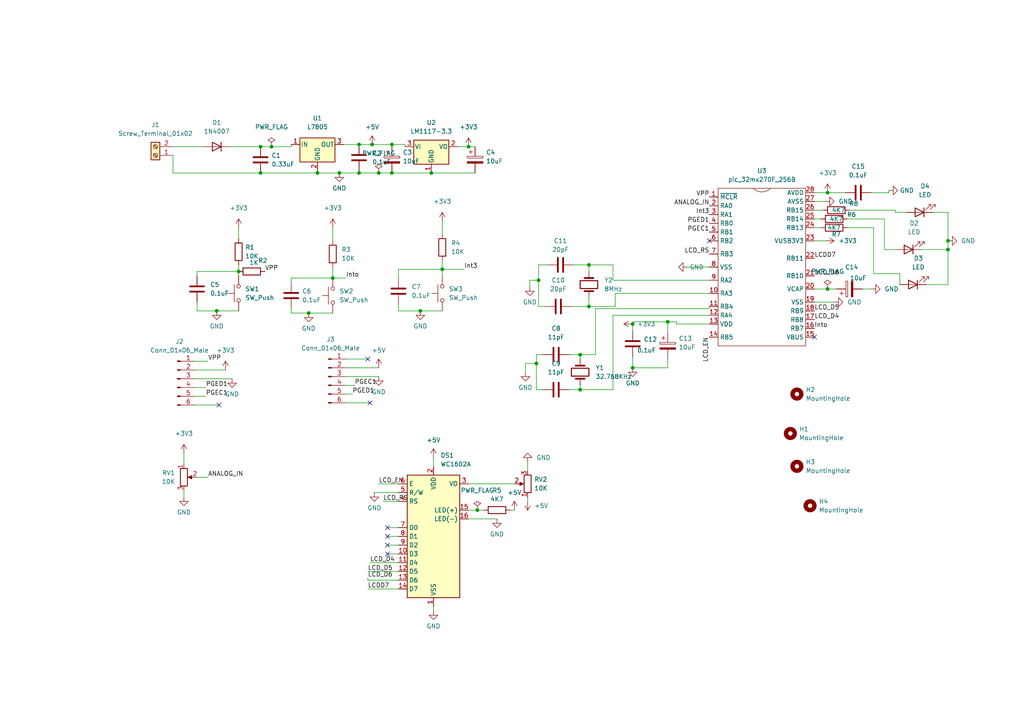
<source format=kicad_sch>
(kicad_sch (version 20211123) (generator eeschema)

  (uuid b7b426bc-2c73-44f6-9d6f-72cb21a32c09)

  (paper "A4")

  (title_block
    (title "pic_32_board")
    (date "2022-07-28")
    (rev "1.0")
    (company "NMAMIT")
  )

  (lib_symbols
    (symbol "Connector:Conn_01x06_Male" (pin_names (offset 1.016) hide) (in_bom yes) (on_board yes)
      (property "Reference" "J" (id 0) (at 0 7.62 0)
        (effects (font (size 1.27 1.27)))
      )
      (property "Value" "Conn_01x06_Male" (id 1) (at 0 -10.16 0)
        (effects (font (size 1.27 1.27)))
      )
      (property "Footprint" "" (id 2) (at 0 0 0)
        (effects (font (size 1.27 1.27)) hide)
      )
      (property "Datasheet" "~" (id 3) (at 0 0 0)
        (effects (font (size 1.27 1.27)) hide)
      )
      (property "ki_keywords" "connector" (id 4) (at 0 0 0)
        (effects (font (size 1.27 1.27)) hide)
      )
      (property "ki_description" "Generic connector, single row, 01x06, script generated (kicad-library-utils/schlib/autogen/connector/)" (id 5) (at 0 0 0)
        (effects (font (size 1.27 1.27)) hide)
      )
      (property "ki_fp_filters" "Connector*:*_1x??_*" (id 6) (at 0 0 0)
        (effects (font (size 1.27 1.27)) hide)
      )
      (symbol "Conn_01x06_Male_1_1"
        (polyline
          (pts
            (xy 1.27 -7.62)
            (xy 0.8636 -7.62)
          )
          (stroke (width 0.1524) (type default) (color 0 0 0 0))
          (fill (type none))
        )
        (polyline
          (pts
            (xy 1.27 -5.08)
            (xy 0.8636 -5.08)
          )
          (stroke (width 0.1524) (type default) (color 0 0 0 0))
          (fill (type none))
        )
        (polyline
          (pts
            (xy 1.27 -2.54)
            (xy 0.8636 -2.54)
          )
          (stroke (width 0.1524) (type default) (color 0 0 0 0))
          (fill (type none))
        )
        (polyline
          (pts
            (xy 1.27 0)
            (xy 0.8636 0)
          )
          (stroke (width 0.1524) (type default) (color 0 0 0 0))
          (fill (type none))
        )
        (polyline
          (pts
            (xy 1.27 2.54)
            (xy 0.8636 2.54)
          )
          (stroke (width 0.1524) (type default) (color 0 0 0 0))
          (fill (type none))
        )
        (polyline
          (pts
            (xy 1.27 5.08)
            (xy 0.8636 5.08)
          )
          (stroke (width 0.1524) (type default) (color 0 0 0 0))
          (fill (type none))
        )
        (rectangle (start 0.8636 -7.493) (end 0 -7.747)
          (stroke (width 0.1524) (type default) (color 0 0 0 0))
          (fill (type outline))
        )
        (rectangle (start 0.8636 -4.953) (end 0 -5.207)
          (stroke (width 0.1524) (type default) (color 0 0 0 0))
          (fill (type outline))
        )
        (rectangle (start 0.8636 -2.413) (end 0 -2.667)
          (stroke (width 0.1524) (type default) (color 0 0 0 0))
          (fill (type outline))
        )
        (rectangle (start 0.8636 0.127) (end 0 -0.127)
          (stroke (width 0.1524) (type default) (color 0 0 0 0))
          (fill (type outline))
        )
        (rectangle (start 0.8636 2.667) (end 0 2.413)
          (stroke (width 0.1524) (type default) (color 0 0 0 0))
          (fill (type outline))
        )
        (rectangle (start 0.8636 5.207) (end 0 4.953)
          (stroke (width 0.1524) (type default) (color 0 0 0 0))
          (fill (type outline))
        )
        (pin passive line (at 5.08 5.08 180) (length 3.81)
          (name "Pin_1" (effects (font (size 1.27 1.27))))
          (number "1" (effects (font (size 1.27 1.27))))
        )
        (pin passive line (at 5.08 2.54 180) (length 3.81)
          (name "Pin_2" (effects (font (size 1.27 1.27))))
          (number "2" (effects (font (size 1.27 1.27))))
        )
        (pin passive line (at 5.08 0 180) (length 3.81)
          (name "Pin_3" (effects (font (size 1.27 1.27))))
          (number "3" (effects (font (size 1.27 1.27))))
        )
        (pin passive line (at 5.08 -2.54 180) (length 3.81)
          (name "Pin_4" (effects (font (size 1.27 1.27))))
          (number "4" (effects (font (size 1.27 1.27))))
        )
        (pin passive line (at 5.08 -5.08 180) (length 3.81)
          (name "Pin_5" (effects (font (size 1.27 1.27))))
          (number "5" (effects (font (size 1.27 1.27))))
        )
        (pin passive line (at 5.08 -7.62 180) (length 3.81)
          (name "Pin_6" (effects (font (size 1.27 1.27))))
          (number "6" (effects (font (size 1.27 1.27))))
        )
      )
    )
    (symbol "Connector:Screw_Terminal_01x02" (pin_names (offset 1.016) hide) (in_bom yes) (on_board yes)
      (property "Reference" "J" (id 0) (at 0 2.54 0)
        (effects (font (size 1.27 1.27)))
      )
      (property "Value" "Screw_Terminal_01x02" (id 1) (at 0 -5.08 0)
        (effects (font (size 1.27 1.27)))
      )
      (property "Footprint" "" (id 2) (at 0 0 0)
        (effects (font (size 1.27 1.27)) hide)
      )
      (property "Datasheet" "~" (id 3) (at 0 0 0)
        (effects (font (size 1.27 1.27)) hide)
      )
      (property "ki_keywords" "screw terminal" (id 4) (at 0 0 0)
        (effects (font (size 1.27 1.27)) hide)
      )
      (property "ki_description" "Generic screw terminal, single row, 01x02, script generated (kicad-library-utils/schlib/autogen/connector/)" (id 5) (at 0 0 0)
        (effects (font (size 1.27 1.27)) hide)
      )
      (property "ki_fp_filters" "TerminalBlock*:*" (id 6) (at 0 0 0)
        (effects (font (size 1.27 1.27)) hide)
      )
      (symbol "Screw_Terminal_01x02_1_1"
        (rectangle (start -1.27 1.27) (end 1.27 -3.81)
          (stroke (width 0.254) (type default) (color 0 0 0 0))
          (fill (type background))
        )
        (circle (center 0 -2.54) (radius 0.635)
          (stroke (width 0.1524) (type default) (color 0 0 0 0))
          (fill (type none))
        )
        (polyline
          (pts
            (xy -0.5334 -2.2098)
            (xy 0.3302 -3.048)
          )
          (stroke (width 0.1524) (type default) (color 0 0 0 0))
          (fill (type none))
        )
        (polyline
          (pts
            (xy -0.5334 0.3302)
            (xy 0.3302 -0.508)
          )
          (stroke (width 0.1524) (type default) (color 0 0 0 0))
          (fill (type none))
        )
        (polyline
          (pts
            (xy -0.3556 -2.032)
            (xy 0.508 -2.8702)
          )
          (stroke (width 0.1524) (type default) (color 0 0 0 0))
          (fill (type none))
        )
        (polyline
          (pts
            (xy -0.3556 0.508)
            (xy 0.508 -0.3302)
          )
          (stroke (width 0.1524) (type default) (color 0 0 0 0))
          (fill (type none))
        )
        (circle (center 0 0) (radius 0.635)
          (stroke (width 0.1524) (type default) (color 0 0 0 0))
          (fill (type none))
        )
        (pin passive line (at -5.08 0 0) (length 3.81)
          (name "Pin_1" (effects (font (size 1.27 1.27))))
          (number "1" (effects (font (size 1.27 1.27))))
        )
        (pin passive line (at -5.08 -2.54 0) (length 3.81)
          (name "Pin_2" (effects (font (size 1.27 1.27))))
          (number "2" (effects (font (size 1.27 1.27))))
        )
      )
    )
    (symbol "Device:C" (pin_numbers hide) (pin_names (offset 0.254)) (in_bom yes) (on_board yes)
      (property "Reference" "C" (id 0) (at 0.635 2.54 0)
        (effects (font (size 1.27 1.27)) (justify left))
      )
      (property "Value" "C" (id 1) (at 0.635 -2.54 0)
        (effects (font (size 1.27 1.27)) (justify left))
      )
      (property "Footprint" "" (id 2) (at 0.9652 -3.81 0)
        (effects (font (size 1.27 1.27)) hide)
      )
      (property "Datasheet" "~" (id 3) (at 0 0 0)
        (effects (font (size 1.27 1.27)) hide)
      )
      (property "ki_keywords" "cap capacitor" (id 4) (at 0 0 0)
        (effects (font (size 1.27 1.27)) hide)
      )
      (property "ki_description" "Unpolarized capacitor" (id 5) (at 0 0 0)
        (effects (font (size 1.27 1.27)) hide)
      )
      (property "ki_fp_filters" "C_*" (id 6) (at 0 0 0)
        (effects (font (size 1.27 1.27)) hide)
      )
      (symbol "C_0_1"
        (polyline
          (pts
            (xy -2.032 -0.762)
            (xy 2.032 -0.762)
          )
          (stroke (width 0.508) (type default) (color 0 0 0 0))
          (fill (type none))
        )
        (polyline
          (pts
            (xy -2.032 0.762)
            (xy 2.032 0.762)
          )
          (stroke (width 0.508) (type default) (color 0 0 0 0))
          (fill (type none))
        )
      )
      (symbol "C_1_1"
        (pin passive line (at 0 3.81 270) (length 2.794)
          (name "~" (effects (font (size 1.27 1.27))))
          (number "1" (effects (font (size 1.27 1.27))))
        )
        (pin passive line (at 0 -3.81 90) (length 2.794)
          (name "~" (effects (font (size 1.27 1.27))))
          (number "2" (effects (font (size 1.27 1.27))))
        )
      )
    )
    (symbol "Device:C_Polarized" (pin_numbers hide) (pin_names (offset 0.254)) (in_bom yes) (on_board yes)
      (property "Reference" "C" (id 0) (at 0.635 2.54 0)
        (effects (font (size 1.27 1.27)) (justify left))
      )
      (property "Value" "C_Polarized" (id 1) (at 0.635 -2.54 0)
        (effects (font (size 1.27 1.27)) (justify left))
      )
      (property "Footprint" "" (id 2) (at 0.9652 -3.81 0)
        (effects (font (size 1.27 1.27)) hide)
      )
      (property "Datasheet" "~" (id 3) (at 0 0 0)
        (effects (font (size 1.27 1.27)) hide)
      )
      (property "ki_keywords" "cap capacitor" (id 4) (at 0 0 0)
        (effects (font (size 1.27 1.27)) hide)
      )
      (property "ki_description" "Polarized capacitor" (id 5) (at 0 0 0)
        (effects (font (size 1.27 1.27)) hide)
      )
      (property "ki_fp_filters" "CP_*" (id 6) (at 0 0 0)
        (effects (font (size 1.27 1.27)) hide)
      )
      (symbol "C_Polarized_0_1"
        (rectangle (start -2.286 0.508) (end 2.286 1.016)
          (stroke (width 0) (type default) (color 0 0 0 0))
          (fill (type none))
        )
        (polyline
          (pts
            (xy -1.778 2.286)
            (xy -0.762 2.286)
          )
          (stroke (width 0) (type default) (color 0 0 0 0))
          (fill (type none))
        )
        (polyline
          (pts
            (xy -1.27 2.794)
            (xy -1.27 1.778)
          )
          (stroke (width 0) (type default) (color 0 0 0 0))
          (fill (type none))
        )
        (rectangle (start 2.286 -0.508) (end -2.286 -1.016)
          (stroke (width 0) (type default) (color 0 0 0 0))
          (fill (type outline))
        )
      )
      (symbol "C_Polarized_1_1"
        (pin passive line (at 0 3.81 270) (length 2.794)
          (name "~" (effects (font (size 1.27 1.27))))
          (number "1" (effects (font (size 1.27 1.27))))
        )
        (pin passive line (at 0 -3.81 90) (length 2.794)
          (name "~" (effects (font (size 1.27 1.27))))
          (number "2" (effects (font (size 1.27 1.27))))
        )
      )
    )
    (symbol "Device:Crystal" (pin_numbers hide) (pin_names (offset 1.016) hide) (in_bom yes) (on_board yes)
      (property "Reference" "Y" (id 0) (at 0 3.81 0)
        (effects (font (size 1.27 1.27)))
      )
      (property "Value" "Crystal" (id 1) (at 0 -3.81 0)
        (effects (font (size 1.27 1.27)))
      )
      (property "Footprint" "" (id 2) (at 0 0 0)
        (effects (font (size 1.27 1.27)) hide)
      )
      (property "Datasheet" "~" (id 3) (at 0 0 0)
        (effects (font (size 1.27 1.27)) hide)
      )
      (property "ki_keywords" "quartz ceramic resonator oscillator" (id 4) (at 0 0 0)
        (effects (font (size 1.27 1.27)) hide)
      )
      (property "ki_description" "Two pin crystal" (id 5) (at 0 0 0)
        (effects (font (size 1.27 1.27)) hide)
      )
      (property "ki_fp_filters" "Crystal*" (id 6) (at 0 0 0)
        (effects (font (size 1.27 1.27)) hide)
      )
      (symbol "Crystal_0_1"
        (rectangle (start -1.143 2.54) (end 1.143 -2.54)
          (stroke (width 0.3048) (type default) (color 0 0 0 0))
          (fill (type none))
        )
        (polyline
          (pts
            (xy -2.54 0)
            (xy -1.905 0)
          )
          (stroke (width 0) (type default) (color 0 0 0 0))
          (fill (type none))
        )
        (polyline
          (pts
            (xy -1.905 -1.27)
            (xy -1.905 1.27)
          )
          (stroke (width 0.508) (type default) (color 0 0 0 0))
          (fill (type none))
        )
        (polyline
          (pts
            (xy 1.905 -1.27)
            (xy 1.905 1.27)
          )
          (stroke (width 0.508) (type default) (color 0 0 0 0))
          (fill (type none))
        )
        (polyline
          (pts
            (xy 2.54 0)
            (xy 1.905 0)
          )
          (stroke (width 0) (type default) (color 0 0 0 0))
          (fill (type none))
        )
      )
      (symbol "Crystal_1_1"
        (pin passive line (at -3.81 0 0) (length 1.27)
          (name "1" (effects (font (size 1.27 1.27))))
          (number "1" (effects (font (size 1.27 1.27))))
        )
        (pin passive line (at 3.81 0 180) (length 1.27)
          (name "2" (effects (font (size 1.27 1.27))))
          (number "2" (effects (font (size 1.27 1.27))))
        )
      )
    )
    (symbol "Device:LED" (pin_numbers hide) (pin_names (offset 1.016) hide) (in_bom yes) (on_board yes)
      (property "Reference" "D" (id 0) (at 0 2.54 0)
        (effects (font (size 1.27 1.27)))
      )
      (property "Value" "LED" (id 1) (at 0 -2.54 0)
        (effects (font (size 1.27 1.27)))
      )
      (property "Footprint" "" (id 2) (at 0 0 0)
        (effects (font (size 1.27 1.27)) hide)
      )
      (property "Datasheet" "~" (id 3) (at 0 0 0)
        (effects (font (size 1.27 1.27)) hide)
      )
      (property "ki_keywords" "LED diode" (id 4) (at 0 0 0)
        (effects (font (size 1.27 1.27)) hide)
      )
      (property "ki_description" "Light emitting diode" (id 5) (at 0 0 0)
        (effects (font (size 1.27 1.27)) hide)
      )
      (property "ki_fp_filters" "LED* LED_SMD:* LED_THT:*" (id 6) (at 0 0 0)
        (effects (font (size 1.27 1.27)) hide)
      )
      (symbol "LED_0_1"
        (polyline
          (pts
            (xy -1.27 -1.27)
            (xy -1.27 1.27)
          )
          (stroke (width 0.254) (type default) (color 0 0 0 0))
          (fill (type none))
        )
        (polyline
          (pts
            (xy -1.27 0)
            (xy 1.27 0)
          )
          (stroke (width 0) (type default) (color 0 0 0 0))
          (fill (type none))
        )
        (polyline
          (pts
            (xy 1.27 -1.27)
            (xy 1.27 1.27)
            (xy -1.27 0)
            (xy 1.27 -1.27)
          )
          (stroke (width 0.254) (type default) (color 0 0 0 0))
          (fill (type none))
        )
        (polyline
          (pts
            (xy -3.048 -0.762)
            (xy -4.572 -2.286)
            (xy -3.81 -2.286)
            (xy -4.572 -2.286)
            (xy -4.572 -1.524)
          )
          (stroke (width 0) (type default) (color 0 0 0 0))
          (fill (type none))
        )
        (polyline
          (pts
            (xy -1.778 -0.762)
            (xy -3.302 -2.286)
            (xy -2.54 -2.286)
            (xy -3.302 -2.286)
            (xy -3.302 -1.524)
          )
          (stroke (width 0) (type default) (color 0 0 0 0))
          (fill (type none))
        )
      )
      (symbol "LED_1_1"
        (pin passive line (at -3.81 0 0) (length 2.54)
          (name "K" (effects (font (size 1.27 1.27))))
          (number "1" (effects (font (size 1.27 1.27))))
        )
        (pin passive line (at 3.81 0 180) (length 2.54)
          (name "A" (effects (font (size 1.27 1.27))))
          (number "2" (effects (font (size 1.27 1.27))))
        )
      )
    )
    (symbol "Device:R" (pin_numbers hide) (pin_names (offset 0)) (in_bom yes) (on_board yes)
      (property "Reference" "R" (id 0) (at 2.032 0 90)
        (effects (font (size 1.27 1.27)))
      )
      (property "Value" "R" (id 1) (at 0 0 90)
        (effects (font (size 1.27 1.27)))
      )
      (property "Footprint" "" (id 2) (at -1.778 0 90)
        (effects (font (size 1.27 1.27)) hide)
      )
      (property "Datasheet" "~" (id 3) (at 0 0 0)
        (effects (font (size 1.27 1.27)) hide)
      )
      (property "ki_keywords" "R res resistor" (id 4) (at 0 0 0)
        (effects (font (size 1.27 1.27)) hide)
      )
      (property "ki_description" "Resistor" (id 5) (at 0 0 0)
        (effects (font (size 1.27 1.27)) hide)
      )
      (property "ki_fp_filters" "R_*" (id 6) (at 0 0 0)
        (effects (font (size 1.27 1.27)) hide)
      )
      (symbol "R_0_1"
        (rectangle (start -1.016 -2.54) (end 1.016 2.54)
          (stroke (width 0.254) (type default) (color 0 0 0 0))
          (fill (type none))
        )
      )
      (symbol "R_1_1"
        (pin passive line (at 0 3.81 270) (length 1.27)
          (name "~" (effects (font (size 1.27 1.27))))
          (number "1" (effects (font (size 1.27 1.27))))
        )
        (pin passive line (at 0 -3.81 90) (length 1.27)
          (name "~" (effects (font (size 1.27 1.27))))
          (number "2" (effects (font (size 1.27 1.27))))
        )
      )
    )
    (symbol "Device:R_Potentiometer" (pin_names (offset 1.016) hide) (in_bom yes) (on_board yes)
      (property "Reference" "RV" (id 0) (at -4.445 0 90)
        (effects (font (size 1.27 1.27)))
      )
      (property "Value" "R_Potentiometer" (id 1) (at -2.54 0 90)
        (effects (font (size 1.27 1.27)))
      )
      (property "Footprint" "" (id 2) (at 0 0 0)
        (effects (font (size 1.27 1.27)) hide)
      )
      (property "Datasheet" "~" (id 3) (at 0 0 0)
        (effects (font (size 1.27 1.27)) hide)
      )
      (property "ki_keywords" "resistor variable" (id 4) (at 0 0 0)
        (effects (font (size 1.27 1.27)) hide)
      )
      (property "ki_description" "Potentiometer" (id 5) (at 0 0 0)
        (effects (font (size 1.27 1.27)) hide)
      )
      (property "ki_fp_filters" "Potentiometer*" (id 6) (at 0 0 0)
        (effects (font (size 1.27 1.27)) hide)
      )
      (symbol "R_Potentiometer_0_1"
        (polyline
          (pts
            (xy 2.54 0)
            (xy 1.524 0)
          )
          (stroke (width 0) (type default) (color 0 0 0 0))
          (fill (type none))
        )
        (polyline
          (pts
            (xy 1.143 0)
            (xy 2.286 0.508)
            (xy 2.286 -0.508)
            (xy 1.143 0)
          )
          (stroke (width 0) (type default) (color 0 0 0 0))
          (fill (type outline))
        )
        (rectangle (start 1.016 2.54) (end -1.016 -2.54)
          (stroke (width 0.254) (type default) (color 0 0 0 0))
          (fill (type none))
        )
      )
      (symbol "R_Potentiometer_1_1"
        (pin passive line (at 0 3.81 270) (length 1.27)
          (name "1" (effects (font (size 1.27 1.27))))
          (number "1" (effects (font (size 1.27 1.27))))
        )
        (pin passive line (at 3.81 0 180) (length 1.27)
          (name "2" (effects (font (size 1.27 1.27))))
          (number "2" (effects (font (size 1.27 1.27))))
        )
        (pin passive line (at 0 -3.81 90) (length 1.27)
          (name "3" (effects (font (size 1.27 1.27))))
          (number "3" (effects (font (size 1.27 1.27))))
        )
      )
    )
    (symbol "Diode:1N4007" (pin_numbers hide) (pin_names (offset 1.016) hide) (in_bom yes) (on_board yes)
      (property "Reference" "D" (id 0) (at 0 2.54 0)
        (effects (font (size 1.27 1.27)))
      )
      (property "Value" "1N4007" (id 1) (at 0 -2.54 0)
        (effects (font (size 1.27 1.27)))
      )
      (property "Footprint" "Diode_THT:D_DO-41_SOD81_P10.16mm_Horizontal" (id 2) (at 0 -4.445 0)
        (effects (font (size 1.27 1.27)) hide)
      )
      (property "Datasheet" "http://www.vishay.com/docs/88503/1n4001.pdf" (id 3) (at 0 0 0)
        (effects (font (size 1.27 1.27)) hide)
      )
      (property "ki_keywords" "diode" (id 4) (at 0 0 0)
        (effects (font (size 1.27 1.27)) hide)
      )
      (property "ki_description" "1000V 1A General Purpose Rectifier Diode, DO-41" (id 5) (at 0 0 0)
        (effects (font (size 1.27 1.27)) hide)
      )
      (property "ki_fp_filters" "D*DO?41*" (id 6) (at 0 0 0)
        (effects (font (size 1.27 1.27)) hide)
      )
      (symbol "1N4007_0_1"
        (polyline
          (pts
            (xy -1.27 1.27)
            (xy -1.27 -1.27)
          )
          (stroke (width 0.254) (type default) (color 0 0 0 0))
          (fill (type none))
        )
        (polyline
          (pts
            (xy 1.27 0)
            (xy -1.27 0)
          )
          (stroke (width 0) (type default) (color 0 0 0 0))
          (fill (type none))
        )
        (polyline
          (pts
            (xy 1.27 1.27)
            (xy 1.27 -1.27)
            (xy -1.27 0)
            (xy 1.27 1.27)
          )
          (stroke (width 0.254) (type default) (color 0 0 0 0))
          (fill (type none))
        )
      )
      (symbol "1N4007_1_1"
        (pin passive line (at -3.81 0 0) (length 2.54)
          (name "K" (effects (font (size 1.27 1.27))))
          (number "1" (effects (font (size 1.27 1.27))))
        )
        (pin passive line (at 3.81 0 180) (length 2.54)
          (name "A" (effects (font (size 1.27 1.27))))
          (number "2" (effects (font (size 1.27 1.27))))
        )
      )
    )
    (symbol "Display_Character:WC1602A" (in_bom yes) (on_board yes)
      (property "Reference" "DS" (id 0) (at -5.842 19.05 0)
        (effects (font (size 1.27 1.27)))
      )
      (property "Value" "WC1602A" (id 1) (at 5.334 19.05 0)
        (effects (font (size 1.27 1.27)))
      )
      (property "Footprint" "Display:WC1602A" (id 2) (at 0 -22.86 0)
        (effects (font (size 1.27 1.27) italic) hide)
      )
      (property "Datasheet" "http://www.wincomlcd.com/pdf/WC1602A-SFYLYHTC06.pdf" (id 3) (at 17.78 0 0)
        (effects (font (size 1.27 1.27)) hide)
      )
      (property "ki_keywords" "display LCD dot-matrix" (id 4) (at 0 0 0)
        (effects (font (size 1.27 1.27)) hide)
      )
      (property "ki_description" "LCD 16x2 Alphanumeric , 8 bit parallel bus, 5V VDD" (id 5) (at 0 0 0)
        (effects (font (size 1.27 1.27)) hide)
      )
      (property "ki_fp_filters" "*WC*1602A*" (id 6) (at 0 0 0)
        (effects (font (size 1.27 1.27)) hide)
      )
      (symbol "WC1602A_1_1"
        (rectangle (start -7.62 17.78) (end 7.62 -17.78)
          (stroke (width 0.254) (type default) (color 0 0 0 0))
          (fill (type background))
        )
        (pin power_in line (at 0 -20.32 90) (length 2.54)
          (name "VSS" (effects (font (size 1.27 1.27))))
          (number "1" (effects (font (size 1.27 1.27))))
        )
        (pin input line (at -10.16 -5.08 0) (length 2.54)
          (name "D3" (effects (font (size 1.27 1.27))))
          (number "10" (effects (font (size 1.27 1.27))))
        )
        (pin input line (at -10.16 -7.62 0) (length 2.54)
          (name "D4" (effects (font (size 1.27 1.27))))
          (number "11" (effects (font (size 1.27 1.27))))
        )
        (pin input line (at -10.16 -10.16 0) (length 2.54)
          (name "D5" (effects (font (size 1.27 1.27))))
          (number "12" (effects (font (size 1.27 1.27))))
        )
        (pin input line (at -10.16 -12.7 0) (length 2.54)
          (name "D6" (effects (font (size 1.27 1.27))))
          (number "13" (effects (font (size 1.27 1.27))))
        )
        (pin input line (at -10.16 -15.24 0) (length 2.54)
          (name "D7" (effects (font (size 1.27 1.27))))
          (number "14" (effects (font (size 1.27 1.27))))
        )
        (pin power_in line (at 10.16 7.62 180) (length 2.54)
          (name "LED(+)" (effects (font (size 1.27 1.27))))
          (number "15" (effects (font (size 1.27 1.27))))
        )
        (pin power_in line (at 10.16 5.08 180) (length 2.54)
          (name "LED(-)" (effects (font (size 1.27 1.27))))
          (number "16" (effects (font (size 1.27 1.27))))
        )
        (pin power_in line (at 0 20.32 270) (length 2.54)
          (name "VDD" (effects (font (size 1.27 1.27))))
          (number "2" (effects (font (size 1.27 1.27))))
        )
        (pin input line (at 10.16 15.24 180) (length 2.54)
          (name "VO" (effects (font (size 1.27 1.27))))
          (number "3" (effects (font (size 1.27 1.27))))
        )
        (pin input line (at -10.16 10.16 0) (length 2.54)
          (name "RS" (effects (font (size 1.27 1.27))))
          (number "4" (effects (font (size 1.27 1.27))))
        )
        (pin input line (at -10.16 12.7 0) (length 2.54)
          (name "R/W" (effects (font (size 1.27 1.27))))
          (number "5" (effects (font (size 1.27 1.27))))
        )
        (pin input line (at -10.16 15.24 0) (length 2.54)
          (name "E" (effects (font (size 1.27 1.27))))
          (number "6" (effects (font (size 1.27 1.27))))
        )
        (pin input line (at -10.16 2.54 0) (length 2.54)
          (name "D0" (effects (font (size 1.27 1.27))))
          (number "7" (effects (font (size 1.27 1.27))))
        )
        (pin input line (at -10.16 0 0) (length 2.54)
          (name "D1" (effects (font (size 1.27 1.27))))
          (number "8" (effects (font (size 1.27 1.27))))
        )
        (pin input line (at -10.16 -2.54 0) (length 2.54)
          (name "D2" (effects (font (size 1.27 1.27))))
          (number "9" (effects (font (size 1.27 1.27))))
        )
      )
    )
    (symbol "Mechanical:MountingHole" (pin_names (offset 1.016)) (in_bom yes) (on_board yes)
      (property "Reference" "H" (id 0) (at 0 5.08 0)
        (effects (font (size 1.27 1.27)))
      )
      (property "Value" "MountingHole" (id 1) (at 0 3.175 0)
        (effects (font (size 1.27 1.27)))
      )
      (property "Footprint" "" (id 2) (at 0 0 0)
        (effects (font (size 1.27 1.27)) hide)
      )
      (property "Datasheet" "~" (id 3) (at 0 0 0)
        (effects (font (size 1.27 1.27)) hide)
      )
      (property "ki_keywords" "mounting hole" (id 4) (at 0 0 0)
        (effects (font (size 1.27 1.27)) hide)
      )
      (property "ki_description" "Mounting Hole without connection" (id 5) (at 0 0 0)
        (effects (font (size 1.27 1.27)) hide)
      )
      (property "ki_fp_filters" "MountingHole*" (id 6) (at 0 0 0)
        (effects (font (size 1.27 1.27)) hide)
      )
      (symbol "MountingHole_0_1"
        (circle (center 0 0) (radius 1.27)
          (stroke (width 1.27) (type default) (color 0 0 0 0))
          (fill (type none))
        )
      )
    )
    (symbol "Regulator_Linear:L7805" (pin_names (offset 0.254)) (in_bom yes) (on_board yes)
      (property "Reference" "U" (id 0) (at -3.81 3.175 0)
        (effects (font (size 1.27 1.27)))
      )
      (property "Value" "L7805" (id 1) (at 0 3.175 0)
        (effects (font (size 1.27 1.27)) (justify left))
      )
      (property "Footprint" "" (id 2) (at 0.635 -3.81 0)
        (effects (font (size 1.27 1.27) italic) (justify left) hide)
      )
      (property "Datasheet" "http://www.st.com/content/ccc/resource/technical/document/datasheet/41/4f/b3/b0/12/d4/47/88/CD00000444.pdf/files/CD00000444.pdf/jcr:content/translations/en.CD00000444.pdf" (id 3) (at 0 -1.27 0)
        (effects (font (size 1.27 1.27)) hide)
      )
      (property "ki_keywords" "Voltage Regulator 1.5A Positive" (id 4) (at 0 0 0)
        (effects (font (size 1.27 1.27)) hide)
      )
      (property "ki_description" "Positive 1.5A 35V Linear Regulator, Fixed Output 5V, TO-220/TO-263/TO-252" (id 5) (at 0 0 0)
        (effects (font (size 1.27 1.27)) hide)
      )
      (property "ki_fp_filters" "TO?252* TO?263* TO?220*" (id 6) (at 0 0 0)
        (effects (font (size 1.27 1.27)) hide)
      )
      (symbol "L7805_0_1"
        (rectangle (start -5.08 1.905) (end 5.08 -5.08)
          (stroke (width 0.254) (type default) (color 0 0 0 0))
          (fill (type background))
        )
      )
      (symbol "L7805_1_1"
        (pin power_in line (at -7.62 0 0) (length 2.54)
          (name "IN" (effects (font (size 1.27 1.27))))
          (number "1" (effects (font (size 1.27 1.27))))
        )
        (pin power_in line (at 0 -7.62 90) (length 2.54)
          (name "GND" (effects (font (size 1.27 1.27))))
          (number "2" (effects (font (size 1.27 1.27))))
        )
        (pin power_out line (at 7.62 0 180) (length 2.54)
          (name "OUT" (effects (font (size 1.27 1.27))))
          (number "3" (effects (font (size 1.27 1.27))))
        )
      )
    )
    (symbol "Regulator_Linear:LM1117-3.3" (pin_names (offset 0.254)) (in_bom yes) (on_board yes)
      (property "Reference" "U" (id 0) (at -3.81 3.175 0)
        (effects (font (size 1.27 1.27)))
      )
      (property "Value" "LM1117-3.3" (id 1) (at 0 3.175 0)
        (effects (font (size 1.27 1.27)) (justify left))
      )
      (property "Footprint" "" (id 2) (at 0 0 0)
        (effects (font (size 1.27 1.27)) hide)
      )
      (property "Datasheet" "http://www.ti.com/lit/ds/symlink/lm1117.pdf" (id 3) (at 0 0 0)
        (effects (font (size 1.27 1.27)) hide)
      )
      (property "ki_keywords" "linear regulator ldo fixed positive" (id 4) (at 0 0 0)
        (effects (font (size 1.27 1.27)) hide)
      )
      (property "ki_description" "800mA Low-Dropout Linear Regulator, 3.3V fixed output, TO-220/TO-252/TO-263/SOT-223" (id 5) (at 0 0 0)
        (effects (font (size 1.27 1.27)) hide)
      )
      (property "ki_fp_filters" "SOT?223* TO?263* TO?252* TO?220*" (id 6) (at 0 0 0)
        (effects (font (size 1.27 1.27)) hide)
      )
      (symbol "LM1117-3.3_0_1"
        (rectangle (start -5.08 -5.08) (end 5.08 1.905)
          (stroke (width 0.254) (type default) (color 0 0 0 0))
          (fill (type background))
        )
      )
      (symbol "LM1117-3.3_1_1"
        (pin power_in line (at 0 -7.62 90) (length 2.54)
          (name "GND" (effects (font (size 1.27 1.27))))
          (number "1" (effects (font (size 1.27 1.27))))
        )
        (pin power_out line (at 7.62 0 180) (length 2.54)
          (name "VO" (effects (font (size 1.27 1.27))))
          (number "2" (effects (font (size 1.27 1.27))))
        )
        (pin power_in line (at -7.62 0 0) (length 2.54)
          (name "VI" (effects (font (size 1.27 1.27))))
          (number "3" (effects (font (size 1.27 1.27))))
        )
      )
    )
    (symbol "Switch:SW_Push" (pin_numbers hide) (pin_names (offset 1.016) hide) (in_bom yes) (on_board yes)
      (property "Reference" "SW" (id 0) (at 1.27 2.54 0)
        (effects (font (size 1.27 1.27)) (justify left))
      )
      (property "Value" "SW_Push" (id 1) (at 0 -1.524 0)
        (effects (font (size 1.27 1.27)))
      )
      (property "Footprint" "" (id 2) (at 0 5.08 0)
        (effects (font (size 1.27 1.27)) hide)
      )
      (property "Datasheet" "~" (id 3) (at 0 5.08 0)
        (effects (font (size 1.27 1.27)) hide)
      )
      (property "ki_keywords" "switch normally-open pushbutton push-button" (id 4) (at 0 0 0)
        (effects (font (size 1.27 1.27)) hide)
      )
      (property "ki_description" "Push button switch, generic, two pins" (id 5) (at 0 0 0)
        (effects (font (size 1.27 1.27)) hide)
      )
      (symbol "SW_Push_0_1"
        (circle (center -2.032 0) (radius 0.508)
          (stroke (width 0) (type default) (color 0 0 0 0))
          (fill (type none))
        )
        (polyline
          (pts
            (xy 0 1.27)
            (xy 0 3.048)
          )
          (stroke (width 0) (type default) (color 0 0 0 0))
          (fill (type none))
        )
        (polyline
          (pts
            (xy 2.54 1.27)
            (xy -2.54 1.27)
          )
          (stroke (width 0) (type default) (color 0 0 0 0))
          (fill (type none))
        )
        (circle (center 2.032 0) (radius 0.508)
          (stroke (width 0) (type default) (color 0 0 0 0))
          (fill (type none))
        )
        (pin passive line (at -5.08 0 0) (length 2.54)
          (name "1" (effects (font (size 1.27 1.27))))
          (number "1" (effects (font (size 1.27 1.27))))
        )
        (pin passive line (at 5.08 0 180) (length 2.54)
          (name "2" (effects (font (size 1.27 1.27))))
          (number "2" (effects (font (size 1.27 1.27))))
        )
      )
    )
    (symbol "pic_32mx270:pic_32mx270F_256B" (in_bom yes) (on_board yes)
      (property "Reference" "U" (id 0) (at 0 0 0)
        (effects (font (size 1.27 1.27)))
      )
      (property "Value" "pic_32mx270F_256B" (id 1) (at 33.02 25.4 0)
        (effects (font (size 1.27 1.27)))
      )
      (property "Footprint" "" (id 2) (at 0 0 0)
        (effects (font (size 1.27 1.27)) hide)
      )
      (property "Datasheet" "" (id 3) (at 0 0 0)
        (effects (font (size 1.27 1.27)) hide)
      )
      (symbol "pic_32mx270F_256B_0_1"
        (rectangle (start -12.7 13.97) (end 12.7 -31.75)
          (stroke (width 0) (type default) (color 0 0 0 0))
          (fill (type none))
        )
        (arc (start -2.54 13.97) (mid 0 12.9179) (end 2.54 13.97)
          (stroke (width 0) (type default) (color 0 0 0 0))
          (fill (type none))
        )
      )
      (symbol "pic_32mx270F_256B_1_1"
        (pin input line (at -15.24 11.43 0) (length 2.54)
          (name "~{MCLR}" (effects (font (size 1.27 1.27))))
          (number "1" (effects (font (size 1.27 1.27))))
        )
        (pin bidirectional line (at -15.24 -16.51 0) (length 2.54)
          (name "RA3" (effects (font (size 1.27 1.27))))
          (number "10" (effects (font (size 1.27 1.27))))
        )
        (pin bidirectional line (at -15.24 -20.32 0) (length 2.54)
          (name "RB4" (effects (font (size 1.27 1.27))))
          (number "11" (effects (font (size 1.27 1.27))))
        )
        (pin bidirectional line (at -15.24 -22.86 0) (length 2.54)
          (name "RA4" (effects (font (size 1.27 1.27))))
          (number "12" (effects (font (size 1.27 1.27))))
        )
        (pin power_in line (at -15.24 -25.4 0) (length 2.54)
          (name "VDD" (effects (font (size 1.27 1.27))))
          (number "13" (effects (font (size 1.27 1.27))))
        )
        (pin bidirectional line (at -15.24 -29.21 0) (length 2.54)
          (name "RB5" (effects (font (size 1.27 1.27))))
          (number "14" (effects (font (size 1.27 1.27))))
        )
        (pin power_in line (at 15.24 -29.21 180) (length 2.54)
          (name "VBUS" (effects (font (size 1.27 1.27))))
          (number "15" (effects (font (size 1.27 1.27))))
        )
        (pin bidirectional line (at 15.24 -26.67 180) (length 2.54)
          (name "RB7" (effects (font (size 1.27 1.27))))
          (number "16" (effects (font (size 1.27 1.27))))
        )
        (pin bidirectional line (at 15.24 -24.13 180) (length 2.54)
          (name "RB8" (effects (font (size 1.27 1.27))))
          (number "17" (effects (font (size 1.27 1.27))))
        )
        (pin bidirectional line (at 15.24 -21.59 180) (length 2.54)
          (name "RB9" (effects (font (size 1.27 1.27))))
          (number "18" (effects (font (size 1.27 1.27))))
        )
        (pin power_in line (at 15.24 -19.05 180) (length 2.54)
          (name "VSS" (effects (font (size 1.27 1.27))))
          (number "19" (effects (font (size 1.27 1.27))))
        )
        (pin bidirectional line (at -15.24 8.89 0) (length 2.54)
          (name "RA0" (effects (font (size 1.27 1.27))))
          (number "2" (effects (font (size 1.27 1.27))))
        )
        (pin power_in line (at 15.24 -15.24 180) (length 2.54)
          (name "VCAP" (effects (font (size 1.27 1.27))))
          (number "20" (effects (font (size 1.27 1.27))))
        )
        (pin bidirectional line (at 15.24 -11.43 180) (length 2.54)
          (name "RB10" (effects (font (size 1.27 1.27))))
          (number "21" (effects (font (size 1.27 1.27))))
        )
        (pin bidirectional line (at 15.24 -6.35 180) (length 2.54)
          (name "RB11" (effects (font (size 1.27 1.27))))
          (number "22" (effects (font (size 1.27 1.27))))
        )
        (pin power_in line (at 15.24 -1.27 180) (length 2.54)
          (name "VUSB3V3" (effects (font (size 1.27 1.27))))
          (number "23" (effects (font (size 1.27 1.27))))
        )
        (pin bidirectional line (at 15.24 2.54 180) (length 2.54)
          (name "RB13" (effects (font (size 1.27 1.27))))
          (number "24" (effects (font (size 1.27 1.27))))
        )
        (pin bidirectional line (at 15.24 5.08 180) (length 2.54)
          (name "RB14" (effects (font (size 1.27 1.27))))
          (number "25" (effects (font (size 1.27 1.27))))
        )
        (pin bidirectional line (at 15.24 7.62 180) (length 2.54)
          (name "RB15" (effects (font (size 1.27 1.27))))
          (number "26" (effects (font (size 1.27 1.27))))
        )
        (pin power_in line (at 15.24 10.16 180) (length 2.54)
          (name "AVSS" (effects (font (size 1.27 1.27))))
          (number "27" (effects (font (size 1.27 1.27))))
        )
        (pin power_in line (at 15.24 12.7 180) (length 2.54)
          (name "AVDD" (effects (font (size 1.27 1.27))))
          (number "28" (effects (font (size 1.27 1.27))))
        )
        (pin bidirectional line (at -15.24 6.35 0) (length 2.54)
          (name "RA1" (effects (font (size 1.27 1.27))))
          (number "3" (effects (font (size 1.27 1.27))))
        )
        (pin bidirectional line (at -15.24 3.81 0) (length 2.54)
          (name "RB0" (effects (font (size 1.27 1.27))))
          (number "4" (effects (font (size 1.27 1.27))))
        )
        (pin bidirectional line (at -15.24 1.27 0) (length 2.54)
          (name "RB1" (effects (font (size 1.27 1.27))))
          (number "5" (effects (font (size 1.27 1.27))))
        )
        (pin bidirectional line (at -15.24 -1.27 0) (length 2.54)
          (name "RB2" (effects (font (size 1.27 1.27))))
          (number "6" (effects (font (size 1.27 1.27))))
        )
        (pin bidirectional line (at -15.24 -5.08 0) (length 2.54)
          (name "RB3" (effects (font (size 1.27 1.27))))
          (number "7" (effects (font (size 1.27 1.27))))
        )
        (pin power_in line (at -15.24 -8.89 0) (length 2.54)
          (name "VSS" (effects (font (size 1.27 1.27))))
          (number "8" (effects (font (size 1.27 1.27))))
        )
        (pin bidirectional line (at -15.24 -12.7 0) (length 2.54)
          (name "RA2" (effects (font (size 1.27 1.27))))
          (number "9" (effects (font (size 1.27 1.27))))
        )
      )
    )
    (symbol "power:+3V3" (power) (pin_names (offset 0)) (in_bom yes) (on_board yes)
      (property "Reference" "#PWR" (id 0) (at 0 -3.81 0)
        (effects (font (size 1.27 1.27)) hide)
      )
      (property "Value" "+3V3" (id 1) (at 0 3.556 0)
        (effects (font (size 1.27 1.27)))
      )
      (property "Footprint" "" (id 2) (at 0 0 0)
        (effects (font (size 1.27 1.27)) hide)
      )
      (property "Datasheet" "" (id 3) (at 0 0 0)
        (effects (font (size 1.27 1.27)) hide)
      )
      (property "ki_keywords" "power-flag" (id 4) (at 0 0 0)
        (effects (font (size 1.27 1.27)) hide)
      )
      (property "ki_description" "Power symbol creates a global label with name \"+3V3\"" (id 5) (at 0 0 0)
        (effects (font (size 1.27 1.27)) hide)
      )
      (symbol "+3V3_0_1"
        (polyline
          (pts
            (xy -0.762 1.27)
            (xy 0 2.54)
          )
          (stroke (width 0) (type default) (color 0 0 0 0))
          (fill (type none))
        )
        (polyline
          (pts
            (xy 0 0)
            (xy 0 2.54)
          )
          (stroke (width 0) (type default) (color 0 0 0 0))
          (fill (type none))
        )
        (polyline
          (pts
            (xy 0 2.54)
            (xy 0.762 1.27)
          )
          (stroke (width 0) (type default) (color 0 0 0 0))
          (fill (type none))
        )
      )
      (symbol "+3V3_1_1"
        (pin power_in line (at 0 0 90) (length 0) hide
          (name "+3V3" (effects (font (size 1.27 1.27))))
          (number "1" (effects (font (size 1.27 1.27))))
        )
      )
    )
    (symbol "power:+5V" (power) (pin_names (offset 0)) (in_bom yes) (on_board yes)
      (property "Reference" "#PWR" (id 0) (at 0 -3.81 0)
        (effects (font (size 1.27 1.27)) hide)
      )
      (property "Value" "+5V" (id 1) (at 0 3.556 0)
        (effects (font (size 1.27 1.27)))
      )
      (property "Footprint" "" (id 2) (at 0 0 0)
        (effects (font (size 1.27 1.27)) hide)
      )
      (property "Datasheet" "" (id 3) (at 0 0 0)
        (effects (font (size 1.27 1.27)) hide)
      )
      (property "ki_keywords" "power-flag" (id 4) (at 0 0 0)
        (effects (font (size 1.27 1.27)) hide)
      )
      (property "ki_description" "Power symbol creates a global label with name \"+5V\"" (id 5) (at 0 0 0)
        (effects (font (size 1.27 1.27)) hide)
      )
      (symbol "+5V_0_1"
        (polyline
          (pts
            (xy -0.762 1.27)
            (xy 0 2.54)
          )
          (stroke (width 0) (type default) (color 0 0 0 0))
          (fill (type none))
        )
        (polyline
          (pts
            (xy 0 0)
            (xy 0 2.54)
          )
          (stroke (width 0) (type default) (color 0 0 0 0))
          (fill (type none))
        )
        (polyline
          (pts
            (xy 0 2.54)
            (xy 0.762 1.27)
          )
          (stroke (width 0) (type default) (color 0 0 0 0))
          (fill (type none))
        )
      )
      (symbol "+5V_1_1"
        (pin power_in line (at 0 0 90) (length 0) hide
          (name "+5V" (effects (font (size 1.27 1.27))))
          (number "1" (effects (font (size 1.27 1.27))))
        )
      )
    )
    (symbol "power:GND" (power) (pin_names (offset 0)) (in_bom yes) (on_board yes)
      (property "Reference" "#PWR" (id 0) (at 0 -6.35 0)
        (effects (font (size 1.27 1.27)) hide)
      )
      (property "Value" "GND" (id 1) (at 0 -3.81 0)
        (effects (font (size 1.27 1.27)))
      )
      (property "Footprint" "" (id 2) (at 0 0 0)
        (effects (font (size 1.27 1.27)) hide)
      )
      (property "Datasheet" "" (id 3) (at 0 0 0)
        (effects (font (size 1.27 1.27)) hide)
      )
      (property "ki_keywords" "power-flag" (id 4) (at 0 0 0)
        (effects (font (size 1.27 1.27)) hide)
      )
      (property "ki_description" "Power symbol creates a global label with name \"GND\" , ground" (id 5) (at 0 0 0)
        (effects (font (size 1.27 1.27)) hide)
      )
      (symbol "GND_0_1"
        (polyline
          (pts
            (xy 0 0)
            (xy 0 -1.27)
            (xy 1.27 -1.27)
            (xy 0 -2.54)
            (xy -1.27 -1.27)
            (xy 0 -1.27)
          )
          (stroke (width 0) (type default) (color 0 0 0 0))
          (fill (type none))
        )
      )
      (symbol "GND_1_1"
        (pin power_in line (at 0 0 270) (length 0) hide
          (name "GND" (effects (font (size 1.27 1.27))))
          (number "1" (effects (font (size 1.27 1.27))))
        )
      )
    )
    (symbol "power:PWR_FLAG" (power) (pin_numbers hide) (pin_names (offset 0) hide) (in_bom yes) (on_board yes)
      (property "Reference" "#FLG" (id 0) (at 0 1.905 0)
        (effects (font (size 1.27 1.27)) hide)
      )
      (property "Value" "PWR_FLAG" (id 1) (at 0 3.81 0)
        (effects (font (size 1.27 1.27)))
      )
      (property "Footprint" "" (id 2) (at 0 0 0)
        (effects (font (size 1.27 1.27)) hide)
      )
      (property "Datasheet" "~" (id 3) (at 0 0 0)
        (effects (font (size 1.27 1.27)) hide)
      )
      (property "ki_keywords" "power-flag" (id 4) (at 0 0 0)
        (effects (font (size 1.27 1.27)) hide)
      )
      (property "ki_description" "Special symbol for telling ERC where power comes from" (id 5) (at 0 0 0)
        (effects (font (size 1.27 1.27)) hide)
      )
      (symbol "PWR_FLAG_0_0"
        (pin power_out line (at 0 0 90) (length 0)
          (name "pwr" (effects (font (size 1.27 1.27))))
          (number "1" (effects (font (size 1.27 1.27))))
        )
      )
      (symbol "PWR_FLAG_0_1"
        (polyline
          (pts
            (xy 0 0)
            (xy 0 1.27)
            (xy -1.016 1.905)
            (xy 0 2.54)
            (xy 1.016 1.905)
            (xy 0 1.27)
          )
          (stroke (width 0) (type default) (color 0 0 0 0))
          (fill (type none))
        )
      )
    )
  )

  (junction (at 240.03 83.82) (diameter 0) (color 0 0 0 0)
    (uuid 18c532fb-9d8a-4492-9cd3-db74f8451c5f)
  )
  (junction (at 75.565 42.545) (diameter 0) (color 0 0 0 0)
    (uuid 19c482a8-2851-4530-950e-aacb1db8628e)
  )
  (junction (at 98.425 50.165) (diameter 0) (color 0 0 0 0)
    (uuid 1e3404cf-4cb9-42f7-84e1-99e6ad5d445c)
  )
  (junction (at 240.03 55.88) (diameter 0) (color 0 0 0 0)
    (uuid 23cdcc6e-dbdd-4b21-b2aa-9e2f114edb32)
  )
  (junction (at 274.955 72.39) (diameter 0) (color 0 0 0 0)
    (uuid 2e29f058-9bdc-4b46-b4ec-fbe9ac9a93c1)
  )
  (junction (at 78.74 42.545) (diameter 0) (color 0 0 0 0)
    (uuid 377d7b70-b918-4b00-9ee3-83b49a3c502f)
  )
  (junction (at 135.89 42.545) (diameter 0) (color 0 0 0 0)
    (uuid 38380f53-b7b7-4615-ae0a-cc498bbd67e1)
  )
  (junction (at 138.43 147.955) (diameter 0) (color 0 0 0 0)
    (uuid 393d3b0b-c41b-41c7-af7b-b49c04023d43)
  )
  (junction (at 113.665 41.91) (diameter 0) (color 0 0 0 0)
    (uuid 4cff0538-3a43-4a00-b645-13f2367cf2fd)
  )
  (junction (at 89.535 90.805) (diameter 0) (color 0 0 0 0)
    (uuid 54ede1c0-7285-44c9-bc8c-403fd6aca2f2)
  )
  (junction (at 104.14 50.165) (diameter 0) (color 0 0 0 0)
    (uuid 5900e0ba-0cc7-4cf0-b187-5d425f5685e3)
  )
  (junction (at 113.665 50.165) (diameter 0) (color 0 0 0 0)
    (uuid 6a7757e8-2acd-4ed3-9dc0-f5424fb7a2cd)
  )
  (junction (at 125.095 50.165) (diameter 0) (color 0 0 0 0)
    (uuid 6bc1486e-e2d3-4154-b5cb-e6bfa1598ee8)
  )
  (junction (at 96.52 80.645) (diameter 0) (color 0 0 0 0)
    (uuid 6efb9c23-7827-4f1a-a006-9305d5c25d2e)
  )
  (junction (at 183.515 106.68) (diameter 0) (color 0 0 0 0)
    (uuid 79eae12e-8f2f-435a-8c33-1a252f884cc3)
  )
  (junction (at 168.275 113.03) (diameter 0) (color 0 0 0 0)
    (uuid 7d345e9c-d981-4f0e-8dd2-ec046610b57f)
  )
  (junction (at 170.815 88.9) (diameter 0) (color 0 0 0 0)
    (uuid 8cd48f0a-b232-4b9e-830d-c9fcd919051f)
  )
  (junction (at 168.275 102.87) (diameter 0) (color 0 0 0 0)
    (uuid a4049782-c96b-4883-9f96-41bdb832e464)
  )
  (junction (at 156.21 81.28) (diameter 0) (color 0 0 0 0)
    (uuid a6d834ef-bfa6-4ec0-b7e9-e69a401b48da)
  )
  (junction (at 109.855 50.165) (diameter 0) (color 0 0 0 0)
    (uuid a833c35c-9671-41ee-a294-011bd79082f5)
  )
  (junction (at 193.675 93.345) (diameter 0) (color 0 0 0 0)
    (uuid abc64317-0705-4577-a555-04849e8d4023)
  )
  (junction (at 170.815 76.835) (diameter 0) (color 0 0 0 0)
    (uuid d1a52c3b-67b7-4ac9-99a2-e8446f5b7ce5)
  )
  (junction (at 69.215 78.74) (diameter 0) (color 0 0 0 0)
    (uuid d1ed1fc8-9a37-49a8-acb8-7ae611611c1f)
  )
  (junction (at 155.575 105.41) (diameter 0) (color 0 0 0 0)
    (uuid d33e0a29-2d9b-4283-a389-ed174eed6f24)
  )
  (junction (at 128.27 78.105) (diameter 0) (color 0 0 0 0)
    (uuid e1fe6f54-c120-460d-8184-95e48b43a67d)
  )
  (junction (at 274.955 69.85) (diameter 0) (color 0 0 0 0)
    (uuid e52a3051-9aeb-445e-8997-ba48c2045000)
  )
  (junction (at 121.92 90.17) (diameter 0) (color 0 0 0 0)
    (uuid e756a438-0934-4730-a756-506a18c20577)
  )
  (junction (at 62.865 90.17) (diameter 0) (color 0 0 0 0)
    (uuid ea383197-cbc3-4c2b-8413-9b1dccb26475)
  )
  (junction (at 92.075 50.165) (diameter 0) (color 0 0 0 0)
    (uuid ed042229-1d1a-4a18-be22-fec16c639071)
  )
  (junction (at 75.565 50.165) (diameter 0) (color 0 0 0 0)
    (uuid f20cd2c7-b779-4121-bfec-03dbf980df78)
  )
  (junction (at 104.14 41.91) (diameter 0) (color 0 0 0 0)
    (uuid f2577a4a-26c1-4e96-a921-e3949434488a)
  )
  (junction (at 183.515 93.98) (diameter 0) (color 0 0 0 0)
    (uuid f64cd3bc-5946-4e61-8c8e-1d3b5454a1c2)
  )
  (junction (at 107.95 41.91) (diameter 0) (color 0 0 0 0)
    (uuid fa31aab5-552b-4be3-8e50-3a421cc3b567)
  )

  (no_connect (at 205.74 69.85) (uuid 0ba8ecf0-7944-4181-84c8-20c433cd7e63))
  (no_connect (at 236.22 97.79) (uuid 0ba8ecf0-7944-4181-84c8-20c433cd7e64))
  (no_connect (at 106.68 104.14) (uuid 601e6604-6d60-4a30-96c8-e88935fca995))
  (no_connect (at 63.5 117.475) (uuid 601e6604-6d60-4a30-96c8-e88935fca996))
  (no_connect (at 107.315 116.84) (uuid 601e6604-6d60-4a30-96c8-e88935fca997))
  (no_connect (at 112.395 160.655) (uuid e6a686d4-a40c-4585-80de-a37715e6231d))
  (no_connect (at 112.395 153.035) (uuid e6a686d4-a40c-4585-80de-a37715e6231e))
  (no_connect (at 112.395 155.575) (uuid e6a686d4-a40c-4585-80de-a37715e6231f))
  (no_connect (at 112.395 158.115) (uuid e6a686d4-a40c-4585-80de-a37715e62320))

  (wire (pts (xy 109.855 140.335) (xy 115.57 140.335))
    (stroke (width 0) (type default) (color 0 0 0 0))
    (uuid 00285d37-d374-4617-8b2d-1d5faaaa4265)
  )
  (wire (pts (xy 153.67 81.28) (xy 153.67 83.185))
    (stroke (width 0) (type default) (color 0 0 0 0))
    (uuid 0506566a-8635-4734-a91a-2c23cc3daf1f)
  )
  (wire (pts (xy 132.715 42.545) (xy 135.89 42.545))
    (stroke (width 0) (type default) (color 0 0 0 0))
    (uuid 07f962f9-a482-48a9-987a-21a2d563924d)
  )
  (wire (pts (xy 155.575 105.41) (xy 155.575 102.87))
    (stroke (width 0) (type default) (color 0 0 0 0))
    (uuid 0e9231dd-09c1-4c06-95fe-aaeaad84f0fa)
  )
  (wire (pts (xy 170.815 86.36) (xy 170.815 88.9))
    (stroke (width 0) (type default) (color 0 0 0 0))
    (uuid 0fc073b5-471e-4a51-be48-a04f71531405)
  )
  (wire (pts (xy 108.585 142.875) (xy 115.57 142.875))
    (stroke (width 0) (type default) (color 0 0 0 0))
    (uuid 10e75cec-42f4-479e-b616-6b01064fb361)
  )
  (wire (pts (xy 157.48 113.03) (xy 155.575 113.03))
    (stroke (width 0) (type default) (color 0 0 0 0))
    (uuid 13adea41-02a1-46df-8fef-145dc2a01ca1)
  )
  (wire (pts (xy 236.22 83.82) (xy 240.03 83.82))
    (stroke (width 0) (type default) (color 0 0 0 0))
    (uuid 14915164-647c-4ade-8879-9eba81fcd535)
  )
  (wire (pts (xy 125.73 132.715) (xy 125.73 135.255))
    (stroke (width 0) (type default) (color 0 0 0 0))
    (uuid 14e8af20-0de8-4baf-bda1-39da4890f88a)
  )
  (wire (pts (xy 107.95 41.91) (xy 113.665 41.91))
    (stroke (width 0) (type default) (color 0 0 0 0))
    (uuid 14fbd27d-522e-4a25-9e42-4abebfe103fa)
  )
  (wire (pts (xy 135.89 150.495) (xy 144.145 150.495))
    (stroke (width 0) (type default) (color 0 0 0 0))
    (uuid 15058ee5-8b8d-4604-8c4e-cc2aaf1ab8d0)
  )
  (wire (pts (xy 104.14 50.165) (xy 98.425 50.165))
    (stroke (width 0) (type default) (color 0 0 0 0))
    (uuid 16d182a4-a3a5-41fd-8197-93926701cd55)
  )
  (wire (pts (xy 147.955 147.955) (xy 149.225 147.955))
    (stroke (width 0) (type default) (color 0 0 0 0))
    (uuid 1cd5e267-db4e-43cc-9d27-113a798d0b75)
  )
  (wire (pts (xy 100.33 104.14) (xy 106.68 104.14))
    (stroke (width 0) (type default) (color 0 0 0 0))
    (uuid 214d2f05-1fbc-46be-b805-0e25a1e9a310)
  )
  (wire (pts (xy 113.665 50.165) (xy 109.855 50.165))
    (stroke (width 0) (type default) (color 0 0 0 0))
    (uuid 2157c811-a41c-4413-a686-7eeaf715ac77)
  )
  (wire (pts (xy 193.675 93.345) (xy 183.515 93.345))
    (stroke (width 0) (type default) (color 0 0 0 0))
    (uuid 23d2b6b5-abaf-485e-9830-f6e0f258640d)
  )
  (wire (pts (xy 240.03 55.88) (xy 245.11 55.88))
    (stroke (width 0) (type default) (color 0 0 0 0))
    (uuid 26ec0201-e6db-405e-8cd3-52e9e1f1f06b)
  )
  (wire (pts (xy 183.515 106.68) (xy 193.675 106.68))
    (stroke (width 0) (type default) (color 0 0 0 0))
    (uuid 272a9e74-2dad-46ce-8c69-7f96c9fc6bdd)
  )
  (wire (pts (xy 100.33 109.22) (xy 109.855 109.22))
    (stroke (width 0) (type default) (color 0 0 0 0))
    (uuid 28935a43-df9f-4fd5-8ccd-631fe90944aa)
  )
  (wire (pts (xy 274.955 61.595) (xy 274.955 69.85))
    (stroke (width 0) (type default) (color 0 0 0 0))
    (uuid 2b167711-6f53-4d4a-a9bd-a167dd6b1df9)
  )
  (wire (pts (xy 236.22 63.5) (xy 238.125 63.5))
    (stroke (width 0) (type default) (color 0 0 0 0))
    (uuid 2bb93bda-a21a-4ae2-98a7-edd467efaa0c)
  )
  (wire (pts (xy 172.72 89.535) (xy 205.74 89.535))
    (stroke (width 0) (type default) (color 0 0 0 0))
    (uuid 2c3a10a8-e955-4e86-8eaf-3719204cf5e3)
  )
  (wire (pts (xy 253.365 66.04) (xy 253.365 79.375))
    (stroke (width 0) (type default) (color 0 0 0 0))
    (uuid 2d73b276-2647-4547-8b34-1968da0f42a0)
  )
  (wire (pts (xy 250.19 83.82) (xy 252.73 83.82))
    (stroke (width 0) (type default) (color 0 0 0 0))
    (uuid 2d778f2f-b448-4c6a-b322-4e1069537763)
  )
  (wire (pts (xy 84.455 89.535) (xy 84.455 90.805))
    (stroke (width 0) (type default) (color 0 0 0 0))
    (uuid 2ee9ee11-07b0-49ce-91d2-d12c653905bf)
  )
  (wire (pts (xy 177.8 76.835) (xy 177.8 81.28))
    (stroke (width 0) (type default) (color 0 0 0 0))
    (uuid 2f40b401-4d50-4714-9e8f-e0c451c89313)
  )
  (wire (pts (xy 115.57 78.105) (xy 128.27 78.105))
    (stroke (width 0) (type default) (color 0 0 0 0))
    (uuid 2fc9369c-3a97-479f-b957-2f21bc1bc37f)
  )
  (wire (pts (xy 84.455 42.545) (xy 84.455 41.91))
    (stroke (width 0) (type default) (color 0 0 0 0))
    (uuid 3284dcf0-6040-4022-ba5e-28f440433d63)
  )
  (wire (pts (xy 193.675 106.68) (xy 193.675 104.14))
    (stroke (width 0) (type default) (color 0 0 0 0))
    (uuid 32d80e50-ec9e-41ff-b8b2-e3c9a0dd0314)
  )
  (wire (pts (xy 205.74 93.98) (xy 196.215 93.98))
    (stroke (width 0) (type default) (color 0 0 0 0))
    (uuid 34d5df8f-ac4d-4da4-9ab0-09d8982be766)
  )
  (wire (pts (xy 236.22 66.04) (xy 238.125 66.04))
    (stroke (width 0) (type default) (color 0 0 0 0))
    (uuid 39d389f9-df1a-45d2-8eae-2297468bd8f8)
  )
  (wire (pts (xy 128.27 78.105) (xy 128.27 75.565))
    (stroke (width 0) (type default) (color 0 0 0 0))
    (uuid 3ae82f80-c918-4113-be3e-2fca9fbc958b)
  )
  (wire (pts (xy 152.4 105.41) (xy 152.4 107.95))
    (stroke (width 0) (type default) (color 0 0 0 0))
    (uuid 3b4ff42b-c64f-40e2-a6d5-da6e19c5dee3)
  )
  (wire (pts (xy 155.575 102.87) (xy 157.48 102.87))
    (stroke (width 0) (type default) (color 0 0 0 0))
    (uuid 3c3e35f0-2ded-46ec-a091-254e785d3a1d)
  )
  (wire (pts (xy 135.89 140.335) (xy 149.225 140.335))
    (stroke (width 0) (type default) (color 0 0 0 0))
    (uuid 3caf658c-b771-4f7b-8df4-c849062dc341)
  )
  (wire (pts (xy 69.215 78.74) (xy 69.215 80.01))
    (stroke (width 0) (type default) (color 0 0 0 0))
    (uuid 3ebea024-0d3c-4e51-ad15-13a5ec07b108)
  )
  (wire (pts (xy 75.565 42.545) (xy 78.74 42.545))
    (stroke (width 0) (type default) (color 0 0 0 0))
    (uuid 3ec052b5-2494-43f0-b505-457936f2b686)
  )
  (wire (pts (xy 100.33 106.68) (xy 109.855 106.68))
    (stroke (width 0) (type default) (color 0 0 0 0))
    (uuid 3fc751dd-8007-40ab-bdd3-0d043af02d25)
  )
  (wire (pts (xy 256.54 63.5) (xy 256.54 72.39))
    (stroke (width 0) (type default) (color 0 0 0 0))
    (uuid 420c910c-ed09-43ec-a95d-a72a566fe1ab)
  )
  (wire (pts (xy 253.365 79.375) (xy 260.985 79.375))
    (stroke (width 0) (type default) (color 0 0 0 0))
    (uuid 42a8ae2e-23dd-430a-bd38-0268b1ba631f)
  )
  (wire (pts (xy 178.435 85.09) (xy 178.435 88.9))
    (stroke (width 0) (type default) (color 0 0 0 0))
    (uuid 43d0ac5d-addd-4169-9075-d2acc2038678)
  )
  (wire (pts (xy 66.675 42.545) (xy 75.565 42.545))
    (stroke (width 0) (type default) (color 0 0 0 0))
    (uuid 43d8a362-bb81-4a75-943c-a9db168d43a8)
  )
  (wire (pts (xy 155.575 113.03) (xy 155.575 105.41))
    (stroke (width 0) (type default) (color 0 0 0 0))
    (uuid 45840206-8a82-45da-a727-2f02364f9626)
  )
  (wire (pts (xy 236.22 87.63) (xy 241.935 87.63))
    (stroke (width 0) (type default) (color 0 0 0 0))
    (uuid 459f4e01-4864-44ca-b4d9-3d4adf924add)
  )
  (wire (pts (xy 62.865 90.17) (xy 69.215 90.17))
    (stroke (width 0) (type default) (color 0 0 0 0))
    (uuid 45d76a9d-a902-4486-9ab0-3b902303ef3f)
  )
  (wire (pts (xy 100.33 116.84) (xy 107.315 116.84))
    (stroke (width 0) (type default) (color 0 0 0 0))
    (uuid 45f84c70-35d1-4b49-8579-2034d87556b1)
  )
  (wire (pts (xy 168.275 102.87) (xy 172.72 102.87))
    (stroke (width 0) (type default) (color 0 0 0 0))
    (uuid 4916624d-f8d7-48d6-84e7-41f0db45ff23)
  )
  (wire (pts (xy 245.745 63.5) (xy 256.54 63.5))
    (stroke (width 0) (type default) (color 0 0 0 0))
    (uuid 4adf2615-5afa-4fc3-9b19-c36194611bde)
  )
  (wire (pts (xy 260.985 79.375) (xy 260.985 82.55))
    (stroke (width 0) (type default) (color 0 0 0 0))
    (uuid 4df1b06b-6073-4c0b-953f-1ac124646b5d)
  )
  (wire (pts (xy 106.68 165.735) (xy 115.57 165.735))
    (stroke (width 0) (type default) (color 0 0 0 0))
    (uuid 4ecc8926-c85a-415f-956f-37ac5ddb4970)
  )
  (wire (pts (xy 57.15 138.43) (xy 60.325 138.43))
    (stroke (width 0) (type default) (color 0 0 0 0))
    (uuid 5551cee2-5c25-4206-9b31-c5390c1ddc93)
  )
  (wire (pts (xy 113.665 41.91) (xy 113.665 42.545))
    (stroke (width 0) (type default) (color 0 0 0 0))
    (uuid 55fb211e-0011-49f5-90a3-678360986155)
  )
  (wire (pts (xy 106.68 170.815) (xy 115.57 170.815))
    (stroke (width 0) (type default) (color 0 0 0 0))
    (uuid 588c763a-bc1c-4d48-9505-2355fc780f9e)
  )
  (wire (pts (xy 257.81 55.88) (xy 257.81 55.245))
    (stroke (width 0) (type default) (color 0 0 0 0))
    (uuid 59a1e718-115c-4457-9852-84722a2f184d)
  )
  (wire (pts (xy 128.27 78.105) (xy 134.62 78.105))
    (stroke (width 0) (type default) (color 0 0 0 0))
    (uuid 5b3572ab-c77e-4d65-878b-c1b52ffce1d5)
  )
  (wire (pts (xy 153.035 144.145) (xy 153.035 145.415))
    (stroke (width 0) (type default) (color 0 0 0 0))
    (uuid 5e007277-a8a0-419c-9164-494bfc3bad7c)
  )
  (wire (pts (xy 57.15 90.17) (xy 62.865 90.17))
    (stroke (width 0) (type default) (color 0 0 0 0))
    (uuid 5e21c14c-b03d-4e49-aee5-a2ecbae4934c)
  )
  (wire (pts (xy 56.515 117.475) (xy 63.5 117.475))
    (stroke (width 0) (type default) (color 0 0 0 0))
    (uuid 5fa28d12-b5e4-409a-9deb-0ab6a8f90d65)
  )
  (wire (pts (xy 177.8 91.44) (xy 177.8 113.03))
    (stroke (width 0) (type default) (color 0 0 0 0))
    (uuid 619cc3f6-c7c3-4a03-ac84-ee919a031f9b)
  )
  (wire (pts (xy 57.15 78.74) (xy 69.215 78.74))
    (stroke (width 0) (type default) (color 0 0 0 0))
    (uuid 61ac40c4-403e-40e5-8376-9f4ae5776c34)
  )
  (wire (pts (xy 104.14 41.91) (xy 107.95 41.91))
    (stroke (width 0) (type default) (color 0 0 0 0))
    (uuid 63487d49-6c2a-4ab5-a78f-fbf4d69ef393)
  )
  (wire (pts (xy 256.54 72.39) (xy 259.715 72.39))
    (stroke (width 0) (type default) (color 0 0 0 0))
    (uuid 64d0abf3-1046-4c98-a5c2-00fd50cb2b36)
  )
  (wire (pts (xy 178.435 88.9) (xy 170.815 88.9))
    (stroke (width 0) (type default) (color 0 0 0 0))
    (uuid 669917f0-7b7b-4472-9843-1a6f35f0f7d5)
  )
  (wire (pts (xy 236.22 69.85) (xy 239.395 69.85))
    (stroke (width 0) (type default) (color 0 0 0 0))
    (uuid 66ae3abd-eff8-45ab-88ef-9ad9b7b44beb)
  )
  (wire (pts (xy 246.38 60.96) (xy 259.715 60.96))
    (stroke (width 0) (type default) (color 0 0 0 0))
    (uuid 66e1d4f2-dc9c-43cd-a7ee-f6a0988b99fb)
  )
  (wire (pts (xy 168.275 113.03) (xy 165.1 113.03))
    (stroke (width 0) (type default) (color 0 0 0 0))
    (uuid 68b06bee-a0d2-405a-860c-35cbe570f0d7)
  )
  (wire (pts (xy 75.565 50.165) (xy 92.075 50.165))
    (stroke (width 0) (type default) (color 0 0 0 0))
    (uuid 6936c42d-df74-464e-8c56-144084386e9c)
  )
  (wire (pts (xy 267.335 72.39) (xy 274.955 72.39))
    (stroke (width 0) (type default) (color 0 0 0 0))
    (uuid 6a0323e8-6c55-463e-965d-8ce1cdd6ca9b)
  )
  (wire (pts (xy 156.21 88.9) (xy 158.115 88.9))
    (stroke (width 0) (type default) (color 0 0 0 0))
    (uuid 6d77760c-377f-4ae9-bb89-22795ba0412e)
  )
  (wire (pts (xy 259.715 60.96) (xy 259.715 61.595))
    (stroke (width 0) (type default) (color 0 0 0 0))
    (uuid 6ff93c19-3de7-458f-8e71-e5e633ea2130)
  )
  (wire (pts (xy 274.955 72.39) (xy 274.955 82.55))
    (stroke (width 0) (type default) (color 0 0 0 0))
    (uuid 7103c666-6612-421a-a982-fbb6908a6786)
  )
  (wire (pts (xy 165.1 102.87) (xy 168.275 102.87))
    (stroke (width 0) (type default) (color 0 0 0 0))
    (uuid 71816688-1ce4-48d2-8120-0c91ec113159)
  )
  (wire (pts (xy 115.57 88.265) (xy 115.57 90.17))
    (stroke (width 0) (type default) (color 0 0 0 0))
    (uuid 71e016f6-4085-42ca-925d-c0ef8ab59a96)
  )
  (wire (pts (xy 172.72 102.87) (xy 172.72 89.535))
    (stroke (width 0) (type default) (color 0 0 0 0))
    (uuid 732b6f3a-5e53-4fa9-8fb7-8e96e91e1c2f)
  )
  (wire (pts (xy 259.715 61.595) (xy 262.89 61.595))
    (stroke (width 0) (type default) (color 0 0 0 0))
    (uuid 742c77df-ecea-4478-a703-6fdbb50a6881)
  )
  (wire (pts (xy 270.51 61.595) (xy 274.955 61.595))
    (stroke (width 0) (type default) (color 0 0 0 0))
    (uuid 75125d98-5d6c-4ec1-b474-65477e939e5a)
  )
  (wire (pts (xy 155.575 105.41) (xy 152.4 105.41))
    (stroke (width 0) (type default) (color 0 0 0 0))
    (uuid 77b8adc3-0395-4316-a1e3-ac25de756890)
  )
  (wire (pts (xy 78.74 42.545) (xy 84.455 42.545))
    (stroke (width 0) (type default) (color 0 0 0 0))
    (uuid 785e77f0-f195-41f9-aa1a-e100e7b09459)
  )
  (wire (pts (xy 252.73 55.88) (xy 257.81 55.88))
    (stroke (width 0) (type default) (color 0 0 0 0))
    (uuid 794b5016-4b0c-488c-8887-26fe3a5fe780)
  )
  (wire (pts (xy 205.74 91.44) (xy 177.8 91.44))
    (stroke (width 0) (type default) (color 0 0 0 0))
    (uuid 7b1ca399-e496-49e1-bcc4-ce62c08279f5)
  )
  (wire (pts (xy 56.515 107.315) (xy 65.405 107.315))
    (stroke (width 0) (type default) (color 0 0 0 0))
    (uuid 7c566066-eec6-44cc-9c81-c92e68c68fec)
  )
  (wire (pts (xy 205.74 85.09) (xy 178.435 85.09))
    (stroke (width 0) (type default) (color 0 0 0 0))
    (uuid 7e004ad7-d843-4ba1-8943-80863c625e26)
  )
  (wire (pts (xy 135.89 42.545) (xy 137.795 42.545))
    (stroke (width 0) (type default) (color 0 0 0 0))
    (uuid 8033b0c1-e761-431d-8ef0-28b98d951929)
  )
  (wire (pts (xy 69.215 76.835) (xy 69.215 78.74))
    (stroke (width 0) (type default) (color 0 0 0 0))
    (uuid 822a09b7-db9e-424c-9e2f-b5830b2cd498)
  )
  (wire (pts (xy 106.68 168.275) (xy 106.68 167.64))
    (stroke (width 0) (type default) (color 0 0 0 0))
    (uuid 8264c3c0-2c8d-447d-aed0-b9f064669b4c)
  )
  (wire (pts (xy 56.515 112.395) (xy 59.69 112.395))
    (stroke (width 0) (type default) (color 0 0 0 0))
    (uuid 88211a80-38f4-4cba-9dec-52e7c6318ac8)
  )
  (wire (pts (xy 121.92 90.17) (xy 115.57 90.17))
    (stroke (width 0) (type default) (color 0 0 0 0))
    (uuid 883fa00f-9087-4951-9595-4bb5030bebff)
  )
  (wire (pts (xy 166.37 76.835) (xy 170.815 76.835))
    (stroke (width 0) (type default) (color 0 0 0 0))
    (uuid 88ce64ed-8b84-4a05-8a9f-cbf93ab74a9a)
  )
  (wire (pts (xy 236.22 58.42) (xy 239.395 58.42))
    (stroke (width 0) (type default) (color 0 0 0 0))
    (uuid 8961e010-2090-43a3-a393-445e2d0c1116)
  )
  (wire (pts (xy 193.675 93.345) (xy 193.675 96.52))
    (stroke (width 0) (type default) (color 0 0 0 0))
    (uuid 89b151e2-9e6d-479a-a798-8a0c7a6e759f)
  )
  (wire (pts (xy 138.43 147.955) (xy 140.335 147.955))
    (stroke (width 0) (type default) (color 0 0 0 0))
    (uuid 8b7f1e1e-f162-4c7b-9a88-6c18c85a53ee)
  )
  (wire (pts (xy 50.165 50.165) (xy 50.165 45.085))
    (stroke (width 0) (type default) (color 0 0 0 0))
    (uuid 8df2ab8d-833a-4458-96b6-1f965f3e857e)
  )
  (wire (pts (xy 96.52 66.04) (xy 96.52 69.85))
    (stroke (width 0) (type default) (color 0 0 0 0))
    (uuid 8f799ff4-1ba4-4174-91d1-42204966d535)
  )
  (wire (pts (xy 196.215 93.98) (xy 196.215 93.345))
    (stroke (width 0) (type default) (color 0 0 0 0))
    (uuid 8f9dfaab-e3c7-479c-8a89-6f2be076cf76)
  )
  (wire (pts (xy 99.695 41.91) (xy 104.14 41.91))
    (stroke (width 0) (type default) (color 0 0 0 0))
    (uuid 933278d9-3912-4470-801a-f820b2b676d0)
  )
  (wire (pts (xy 168.275 102.87) (xy 168.275 104.14))
    (stroke (width 0) (type default) (color 0 0 0 0))
    (uuid 938c8c7c-7f5a-4821-a011-a393d6df4a3f)
  )
  (wire (pts (xy 199.39 77.47) (xy 205.74 77.47))
    (stroke (width 0) (type default) (color 0 0 0 0))
    (uuid 96a3d855-ce62-4efe-856a-e5c74edd47a1)
  )
  (wire (pts (xy 112.395 158.115) (xy 115.57 158.115))
    (stroke (width 0) (type default) (color 0 0 0 0))
    (uuid 96af54eb-99ed-4aff-a3bf-494eae60a0de)
  )
  (wire (pts (xy 177.8 81.28) (xy 205.74 81.28))
    (stroke (width 0) (type default) (color 0 0 0 0))
    (uuid 96f7682c-8168-4b7f-8b26-baacaa527abf)
  )
  (wire (pts (xy 183.515 103.505) (xy 183.515 106.68))
    (stroke (width 0) (type default) (color 0 0 0 0))
    (uuid 978b8277-eb06-4db2-a8e1-d980719ad470)
  )
  (wire (pts (xy 156.21 81.28) (xy 153.67 81.28))
    (stroke (width 0) (type default) (color 0 0 0 0))
    (uuid 9873de8d-56f4-4d1e-9956-0139ff90eb52)
  )
  (wire (pts (xy 205.74 89.535) (xy 205.74 88.9))
    (stroke (width 0) (type default) (color 0 0 0 0))
    (uuid a1169aa3-eaef-40e2-82f4-de8b1c07d433)
  )
  (wire (pts (xy 56.515 114.935) (xy 59.69 114.935))
    (stroke (width 0) (type default) (color 0 0 0 0))
    (uuid a172b8e7-a745-481d-bd92-c13570a71ce9)
  )
  (wire (pts (xy 196.215 93.345) (xy 193.675 93.345))
    (stroke (width 0) (type default) (color 0 0 0 0))
    (uuid a28b07ac-cef6-4293-8d66-8ef395ce382d)
  )
  (wire (pts (xy 115.57 168.275) (xy 106.68 168.275))
    (stroke (width 0) (type default) (color 0 0 0 0))
    (uuid a34e5e13-cdef-47c8-876c-79e0a520115c)
  )
  (wire (pts (xy 177.8 113.03) (xy 168.275 113.03))
    (stroke (width 0) (type default) (color 0 0 0 0))
    (uuid a3e3c4ac-5221-4867-a278-909ff03d3b42)
  )
  (wire (pts (xy 128.27 90.17) (xy 121.92 90.17))
    (stroke (width 0) (type default) (color 0 0 0 0))
    (uuid a4aafab7-203e-4b58-9e49-88d756fae9d7)
  )
  (wire (pts (xy 274.955 69.85) (xy 274.955 72.39))
    (stroke (width 0) (type default) (color 0 0 0 0))
    (uuid a766a6f6-57ea-48f7-baea-500b1d12f52d)
  )
  (wire (pts (xy 100.33 114.3) (xy 102.235 114.3))
    (stroke (width 0) (type default) (color 0 0 0 0))
    (uuid aa4db717-af3a-4e14-be50-968424a54461)
  )
  (wire (pts (xy 170.815 88.9) (xy 165.735 88.9))
    (stroke (width 0) (type default) (color 0 0 0 0))
    (uuid ac2def41-2758-4d21-abef-910a08691e57)
  )
  (wire (pts (xy 53.34 142.24) (xy 53.34 144.145))
    (stroke (width 0) (type default) (color 0 0 0 0))
    (uuid b282eabf-589c-47e6-aa9a-9909edb59cab)
  )
  (wire (pts (xy 89.535 90.805) (xy 84.455 90.805))
    (stroke (width 0) (type default) (color 0 0 0 0))
    (uuid b3b3b353-eae9-4aa8-ac8e-90c0a99267d9)
  )
  (wire (pts (xy 98.425 50.165) (xy 92.075 50.165))
    (stroke (width 0) (type default) (color 0 0 0 0))
    (uuid b731d659-9377-4d83-9695-76217ff58689)
  )
  (wire (pts (xy 56.515 104.775) (xy 60.325 104.775))
    (stroke (width 0) (type default) (color 0 0 0 0))
    (uuid b8948de2-2624-4f37-ad3a-d129eb322ed8)
  )
  (wire (pts (xy 56.515 109.855) (xy 67.31 109.855))
    (stroke (width 0) (type default) (color 0 0 0 0))
    (uuid b9a97e33-f5cf-4791-a6c3-b0bd344e8eaa)
  )
  (wire (pts (xy 100.33 111.76) (xy 102.87 111.76))
    (stroke (width 0) (type default) (color 0 0 0 0))
    (uuid b9e6be69-9a7a-472b-821b-709765f9c310)
  )
  (wire (pts (xy 69.215 66.04) (xy 69.215 69.215))
    (stroke (width 0) (type default) (color 0 0 0 0))
    (uuid c0498de3-0a8e-4e29-8376-eb0ed294cc84)
  )
  (wire (pts (xy 92.075 50.165) (xy 92.075 49.53))
    (stroke (width 0) (type default) (color 0 0 0 0))
    (uuid c103aaa1-4e44-4b75-a3a6-900002f7bd21)
  )
  (wire (pts (xy 112.395 153.035) (xy 115.57 153.035))
    (stroke (width 0) (type default) (color 0 0 0 0))
    (uuid c1faf3eb-4640-4efd-a46e-eaaff364a07f)
  )
  (wire (pts (xy 236.22 55.88) (xy 240.03 55.88))
    (stroke (width 0) (type default) (color 0 0 0 0))
    (uuid c2b350cf-83ae-4b31-b7f7-9822a6213734)
  )
  (wire (pts (xy 104.14 50.165) (xy 104.14 49.53))
    (stroke (width 0) (type default) (color 0 0 0 0))
    (uuid c2fe140b-6a9a-41e6-aba0-3ea2230ab4c8)
  )
  (wire (pts (xy 128.27 64.135) (xy 128.27 67.945))
    (stroke (width 0) (type default) (color 0 0 0 0))
    (uuid c4a21c80-9880-43ed-a8e8-dbb73bcdb86a)
  )
  (wire (pts (xy 84.455 80.645) (xy 84.455 81.915))
    (stroke (width 0) (type default) (color 0 0 0 0))
    (uuid c539164a-bbfc-455a-8da0-3caa44c1d737)
  )
  (wire (pts (xy 112.395 155.575) (xy 115.57 155.575))
    (stroke (width 0) (type default) (color 0 0 0 0))
    (uuid c7a3f9f3-459b-488f-af9c-a7cd4b3aba7a)
  )
  (wire (pts (xy 153.035 133.985) (xy 153.035 136.525))
    (stroke (width 0) (type default) (color 0 0 0 0))
    (uuid c900c63f-36a8-42f0-894d-30a2ec641362)
  )
  (wire (pts (xy 125.095 50.165) (xy 137.795 50.165))
    (stroke (width 0) (type default) (color 0 0 0 0))
    (uuid c96b8196-ffad-4c2f-88ff-3caaa90df690)
  )
  (wire (pts (xy 236.22 60.96) (xy 238.76 60.96))
    (stroke (width 0) (type default) (color 0 0 0 0))
    (uuid ca6d0030-22b9-4f28-a9ee-42ab5889ea91)
  )
  (wire (pts (xy 240.03 83.82) (xy 242.57 83.82))
    (stroke (width 0) (type default) (color 0 0 0 0))
    (uuid cb9803fd-9c70-4aa2-9fdd-1d430b4c3f7b)
  )
  (wire (pts (xy 75.565 50.165) (xy 50.165 50.165))
    (stroke (width 0) (type default) (color 0 0 0 0))
    (uuid cc016d77-7710-4102-b4f1-37f1c45f0418)
  )
  (wire (pts (xy 170.815 76.835) (xy 177.8 76.835))
    (stroke (width 0) (type default) (color 0 0 0 0))
    (uuid cc974949-ed76-413b-90be-bea1f79befe5)
  )
  (wire (pts (xy 245.745 66.04) (xy 253.365 66.04))
    (stroke (width 0) (type default) (color 0 0 0 0))
    (uuid ccbd4052-4e33-4db3-af94-3b02d164f63f)
  )
  (wire (pts (xy 274.955 82.55) (xy 268.605 82.55))
    (stroke (width 0) (type default) (color 0 0 0 0))
    (uuid cd88376d-2209-4faa-a78d-8a0a23434ea8)
  )
  (wire (pts (xy 57.15 78.74) (xy 57.15 80.01))
    (stroke (width 0) (type default) (color 0 0 0 0))
    (uuid d1337e1d-b38a-49e7-a7c6-e7048fe6405c)
  )
  (wire (pts (xy 117.475 41.91) (xy 117.475 42.545))
    (stroke (width 0) (type default) (color 0 0 0 0))
    (uuid d506e6ce-5890-4ac5-a76c-dee140d36875)
  )
  (wire (pts (xy 156.21 76.835) (xy 156.21 81.28))
    (stroke (width 0) (type default) (color 0 0 0 0))
    (uuid d742f339-a9b8-4ff0-8cb0-7d3118e39bae)
  )
  (wire (pts (xy 96.52 77.47) (xy 96.52 80.645))
    (stroke (width 0) (type default) (color 0 0 0 0))
    (uuid dbd9980f-a202-455d-9629-5b6d6ccb7be3)
  )
  (wire (pts (xy 183.515 93.98) (xy 183.515 95.885))
    (stroke (width 0) (type default) (color 0 0 0 0))
    (uuid dc191dd2-3074-4bd5-9618-4a4d91f50708)
  )
  (wire (pts (xy 115.57 78.105) (xy 115.57 80.645))
    (stroke (width 0) (type default) (color 0 0 0 0))
    (uuid defb6ea5-7859-4ada-a2b2-1af3cfc47638)
  )
  (wire (pts (xy 107.315 163.195) (xy 115.57 163.195))
    (stroke (width 0) (type default) (color 0 0 0 0))
    (uuid df25fcb4-b4b9-4664-8d35-b3cea086cbb1)
  )
  (wire (pts (xy 57.15 87.63) (xy 57.15 90.17))
    (stroke (width 0) (type default) (color 0 0 0 0))
    (uuid e139d60f-f466-47b6-912c-c3794c8adf44)
  )
  (wire (pts (xy 96.52 80.645) (xy 100.33 80.645))
    (stroke (width 0) (type default) (color 0 0 0 0))
    (uuid e2c4617f-dbf7-44b7-a06a-9f2d1c187458)
  )
  (wire (pts (xy 135.89 147.955) (xy 138.43 147.955))
    (stroke (width 0) (type default) (color 0 0 0 0))
    (uuid e660ec4b-2dfd-44dc-b307-b6ec0d5bca5b)
  )
  (wire (pts (xy 53.34 131.445) (xy 53.34 134.62))
    (stroke (width 0) (type default) (color 0 0 0 0))
    (uuid e8ffeb16-c2e4-4d20-8b12-31da6c94d664)
  )
  (wire (pts (xy 170.815 76.835) (xy 170.815 78.74))
    (stroke (width 0) (type default) (color 0 0 0 0))
    (uuid e97c53c1-d6b7-4465-9884-babe2daee42c)
  )
  (wire (pts (xy 125.73 175.895) (xy 125.73 177.165))
    (stroke (width 0) (type default) (color 0 0 0 0))
    (uuid ee1f4b91-0584-4c77-be46-a127fd065836)
  )
  (wire (pts (xy 112.395 160.655) (xy 115.57 160.655))
    (stroke (width 0) (type default) (color 0 0 0 0))
    (uuid f1739f1d-d674-48ed-a59e-a2d1c1832388)
  )
  (wire (pts (xy 96.52 90.805) (xy 89.535 90.805))
    (stroke (width 0) (type default) (color 0 0 0 0))
    (uuid f1e03a76-8f2d-4926-8804-e754c665bd0a)
  )
  (wire (pts (xy 158.75 76.835) (xy 156.21 76.835))
    (stroke (width 0) (type default) (color 0 0 0 0))
    (uuid f247f40d-3e91-45a1-9137-d214426ce3d1)
  )
  (wire (pts (xy 50.165 42.545) (xy 59.055 42.545))
    (stroke (width 0) (type default) (color 0 0 0 0))
    (uuid f3518f35-8a50-4d94-99bc-1ce20ad90850)
  )
  (wire (pts (xy 128.27 78.105) (xy 128.27 80.01))
    (stroke (width 0) (type default) (color 0 0 0 0))
    (uuid f3d1eb35-cc81-41ea-a3b7-9045748372d2)
  )
  (wire (pts (xy 113.665 50.165) (xy 125.095 50.165))
    (stroke (width 0) (type default) (color 0 0 0 0))
    (uuid f4654891-c21d-42e6-ae71-05d16369670c)
  )
  (wire (pts (xy 156.21 81.28) (xy 156.21 88.9))
    (stroke (width 0) (type default) (color 0 0 0 0))
    (uuid f68bfd64-58c8-43d5-b1fe-37c00ed127b0)
  )
  (wire (pts (xy 113.665 41.91) (xy 117.475 41.91))
    (stroke (width 0) (type default) (color 0 0 0 0))
    (uuid fa151500-1f9e-4730-ab4e-8a7b20444761)
  )
  (wire (pts (xy 111.125 145.415) (xy 115.57 145.415))
    (stroke (width 0) (type default) (color 0 0 0 0))
    (uuid fb21cb08-10f0-446b-8d1f-a26f26085073)
  )
  (wire (pts (xy 183.515 93.345) (xy 183.515 93.98))
    (stroke (width 0) (type default) (color 0 0 0 0))
    (uuid fb4e4eef-5ce6-4cf5-801c-75f8b1dcc9b3)
  )
  (wire (pts (xy 168.275 111.76) (xy 168.275 113.03))
    (stroke (width 0) (type default) (color 0 0 0 0))
    (uuid fcbf2fdf-5c81-49cc-9136-6ecdb8263200)
  )
  (wire (pts (xy 84.455 80.645) (xy 96.52 80.645))
    (stroke (width 0) (type default) (color 0 0 0 0))
    (uuid fcc623fa-81ef-469b-b5ac-c85bb39572dc)
  )
  (wire (pts (xy 109.855 50.165) (xy 104.14 50.165))
    (stroke (width 0) (type default) (color 0 0 0 0))
    (uuid fff786b8-baf0-4a08-8196-7f91dd84c0a6)
  )

  (label "LCDD7" (at 106.68 170.815 0)
    (effects (font (size 1.27 1.27)) (justify left bottom))
    (uuid 05d0b295-afb0-4ae4-92f8-2c7f2ddbb115)
  )
  (label "PGEC1" (at 59.69 114.935 0)
    (effects (font (size 1.27 1.27)) (justify left bottom))
    (uuid 121d9615-d345-4dbf-9dce-c875a6d11bca)
  )
  (label "PGEC1" (at 205.74 67.31 180)
    (effects (font (size 1.27 1.27)) (justify right bottom))
    (uuid 1e19e4f0-22e3-4fe8-a7a3-b80e34c24792)
  )
  (label "LCD_RS" (at 205.74 73.66 180)
    (effects (font (size 1.27 1.27)) (justify right bottom))
    (uuid 2c6837ae-3b40-4c0c-9ffb-1e0401071dbd)
  )
  (label "LCD_D6" (at 106.68 167.64 0)
    (effects (font (size 1.27 1.27)) (justify left bottom))
    (uuid 2e8fddc2-0c41-4bb7-aa9a-8e0920229b6d)
  )
  (label "LCD_EN" (at 109.855 140.335 0)
    (effects (font (size 1.27 1.27)) (justify left bottom))
    (uuid 3f22b367-9a3c-4525-8989-d0e3a632c610)
  )
  (label "PGEC1" (at 102.87 111.76 0)
    (effects (font (size 1.27 1.27)) (justify left bottom))
    (uuid 4a1700f9-f519-40b2-890e-7b93231ad8fb)
  )
  (label "ANALOG_IN" (at 60.325 138.43 0)
    (effects (font (size 1.27 1.27)) (justify left bottom))
    (uuid 5004580c-21bc-40fc-8a6a-641483568ffd)
  )
  (label "Int3" (at 205.74 62.23 180)
    (effects (font (size 1.27 1.27)) (justify right bottom))
    (uuid 5c37ab29-1448-4461-82ed-ebf2aa10f74a)
  )
  (label "LCDD7" (at 236.22 74.93 0)
    (effects (font (size 1.27 1.27)) (justify left bottom))
    (uuid 5d28638f-a178-4ccf-937a-24af2ed1f91f)
  )
  (label "LCD_RS" (at 111.125 145.415 0)
    (effects (font (size 1.27 1.27)) (justify left bottom))
    (uuid 7ae093cc-73f3-46fc-85db-72d24fc6ce8d)
  )
  (label "Into" (at 100.33 80.645 0)
    (effects (font (size 1.27 1.27)) (justify left bottom))
    (uuid 7f4c061a-2244-4649-a704-6dc7e3df889c)
  )
  (label "LCD_D6" (at 236.22 80.01 0)
    (effects (font (size 1.27 1.27)) (justify left bottom))
    (uuid 8858fa73-a0fc-494b-baa5-74b61ac01cee)
  )
  (label "VPP" (at 76.835 78.74 0)
    (effects (font (size 1.27 1.27)) (justify left bottom))
    (uuid 889c087d-9ba4-4c9c-9ab0-8370cb3e263f)
  )
  (label "LCD_D4" (at 236.22 92.71 0)
    (effects (font (size 1.27 1.27)) (justify left bottom))
    (uuid 8ddc1de1-1bc2-43a7-8ab9-906f8742a5e5)
  )
  (label "PGED1" (at 102.235 114.3 0)
    (effects (font (size 1.27 1.27)) (justify left bottom))
    (uuid 8eb11fae-6966-4be1-a8fb-f4a9ce3b5de5)
  )
  (label "VPP" (at 205.74 57.15 180)
    (effects (font (size 1.27 1.27)) (justify right bottom))
    (uuid 8f57b687-75f5-4196-9e3b-e4e077453556)
  )
  (label "PGED1" (at 205.74 64.77 180)
    (effects (font (size 1.27 1.27)) (justify right bottom))
    (uuid 92dc2bfa-925b-4237-ac31-b90d50dbaaf8)
  )
  (label "LCD_EN" (at 205.74 97.79 270)
    (effects (font (size 1.27 1.27)) (justify right bottom))
    (uuid 97d5adb0-7bf3-4ff1-a7ef-a4c78816d80f)
  )
  (label "VPP" (at 60.325 104.775 0)
    (effects (font (size 1.27 1.27)) (justify left bottom))
    (uuid 9c93c984-9ed4-4bed-b708-113a310f1d08)
  )
  (label "LCD_D5" (at 106.68 165.735 0)
    (effects (font (size 1.27 1.27)) (justify left bottom))
    (uuid 9e24c808-4642-459d-a15b-1350e4382955)
  )
  (label "Int3" (at 134.62 78.105 0)
    (effects (font (size 1.27 1.27)) (justify left bottom))
    (uuid adeba53c-8739-41e0-9499-2cb3bac90c45)
  )
  (label "PGED1" (at 59.69 112.395 0)
    (effects (font (size 1.27 1.27)) (justify left bottom))
    (uuid af24141c-0165-4894-9f79-f403b0f69b42)
  )
  (label "LCD_D4" (at 107.315 163.195 0)
    (effects (font (size 1.27 1.27)) (justify left bottom))
    (uuid baa73ca5-1687-4b52-b326-b06c72004513)
  )
  (label "Into" (at 236.22 95.25 0)
    (effects (font (size 1.27 1.27)) (justify left bottom))
    (uuid d04c8e8c-75c3-47fe-90ba-e0c73a5da713)
  )
  (label "ANALOG_IN" (at 205.74 59.69 180)
    (effects (font (size 1.27 1.27)) (justify right bottom))
    (uuid d4f9f857-705a-4ccd-bf86-f2940af3f663)
  )
  (label "LCD_D5" (at 236.22 90.17 0)
    (effects (font (size 1.27 1.27)) (justify left bottom))
    (uuid da7dfe37-67ab-4d8d-bbc7-091ffb6a6311)
  )

  (symbol (lib_id "power:+5V") (at 107.95 41.91 0) (unit 1)
    (in_bom yes) (on_board yes) (fields_autoplaced)
    (uuid 01e11215-d0c2-4856-9409-5aaab4aad2d0)
    (property "Reference" "#PWR0101" (id 0) (at 107.95 45.72 0)
      (effects (font (size 1.27 1.27)) hide)
    )
    (property "Value" "+5V" (id 1) (at 107.95 36.83 0))
    (property "Footprint" "" (id 2) (at 107.95 41.91 0)
      (effects (font (size 1.27 1.27)) hide)
    )
    (property "Datasheet" "" (id 3) (at 107.95 41.91 0)
      (effects (font (size 1.27 1.27)) hide)
    )
    (pin "1" (uuid 1b803ea2-7f91-45c5-8cfd-4fdccf265bde))
  )

  (symbol (lib_id "power:GND") (at 53.34 144.145 0) (unit 1)
    (in_bom yes) (on_board yes) (fields_autoplaced)
    (uuid 05ac6d9d-40ce-4f2d-a858-f932b770e023)
    (property "Reference" "#PWR0104" (id 0) (at 53.34 150.495 0)
      (effects (font (size 1.27 1.27)) hide)
    )
    (property "Value" "GND" (id 1) (at 53.34 148.59 0))
    (property "Footprint" "" (id 2) (at 53.34 144.145 0)
      (effects (font (size 1.27 1.27)) hide)
    )
    (property "Datasheet" "" (id 3) (at 53.34 144.145 0)
      (effects (font (size 1.27 1.27)) hide)
    )
    (pin "1" (uuid a9d09fca-3b91-4449-ab36-9f29c33a3e8a))
  )

  (symbol (lib_id "Device:LED") (at 266.7 61.595 180) (unit 1)
    (in_bom yes) (on_board yes) (fields_autoplaced)
    (uuid 0757cf6c-bea6-45a8-87ba-1ff9dbdf3dcc)
    (property "Reference" "D4" (id 0) (at 268.2875 53.975 0))
    (property "Value" "LED" (id 1) (at 268.2875 56.515 0))
    (property "Footprint" "LED_THT:LED_D5.0mm" (id 2) (at 266.7 61.595 0)
      (effects (font (size 1.27 1.27)) hide)
    )
    (property "Datasheet" "~" (id 3) (at 266.7 61.595 0)
      (effects (font (size 1.27 1.27)) hide)
    )
    (pin "1" (uuid c7e1a3ff-f451-49d9-bc62-407a4a6470f1))
    (pin "2" (uuid 94470afa-bbfb-44bf-9f92-ebf1d16a3125))
  )

  (symbol (lib_id "Device:C") (at 162.56 76.835 90) (unit 1)
    (in_bom yes) (on_board yes) (fields_autoplaced)
    (uuid 0b18ca8a-8eb7-499b-b8e6-a8758a8d0e32)
    (property "Reference" "C11" (id 0) (at 162.56 69.85 90))
    (property "Value" "20pF" (id 1) (at 162.56 72.39 90))
    (property "Footprint" "Capacitor_THT:C_Disc_D4.3mm_W1.9mm_P5.00mm" (id 2) (at 166.37 75.8698 0)
      (effects (font (size 1.27 1.27)) hide)
    )
    (property "Datasheet" "~" (id 3) (at 162.56 76.835 0)
      (effects (font (size 1.27 1.27)) hide)
    )
    (pin "1" (uuid 1b28d228-52bf-4801-aabf-d643ce0dfd70))
    (pin "2" (uuid 480a0e3a-48a8-4440-8820-e0ff6158199c))
  )

  (symbol (lib_id "power:GND") (at 109.855 109.22 0) (unit 1)
    (in_bom yes) (on_board yes) (fields_autoplaced)
    (uuid 0b638a2e-fb19-4bb3-81c1-05f2d4868ca5)
    (property "Reference" "#PWR011" (id 0) (at 109.855 115.57 0)
      (effects (font (size 1.27 1.27)) hide)
    )
    (property "Value" "GND" (id 1) (at 109.855 113.665 0))
    (property "Footprint" "" (id 2) (at 109.855 109.22 0)
      (effects (font (size 1.27 1.27)) hide)
    )
    (property "Datasheet" "" (id 3) (at 109.855 109.22 0)
      (effects (font (size 1.27 1.27)) hide)
    )
    (pin "1" (uuid 833c2455-cd9e-4fe7-8d4a-2e7d9409913b))
  )

  (symbol (lib_id "power:GND") (at 89.535 90.805 0) (unit 1)
    (in_bom yes) (on_board yes) (fields_autoplaced)
    (uuid 0fd9c459-0512-47a5-b4d2-9a851d989456)
    (property "Reference" "#PWR04" (id 0) (at 89.535 97.155 0)
      (effects (font (size 1.27 1.27)) hide)
    )
    (property "Value" "GND" (id 1) (at 89.535 95.25 0))
    (property "Footprint" "" (id 2) (at 89.535 90.805 0)
      (effects (font (size 1.27 1.27)) hide)
    )
    (property "Datasheet" "" (id 3) (at 89.535 90.805 0)
      (effects (font (size 1.27 1.27)) hide)
    )
    (pin "1" (uuid e924b1ee-9c4b-4dc7-913f-e964c49411ed))
  )

  (symbol (lib_id "power:+3V3") (at 65.405 107.315 0) (unit 1)
    (in_bom yes) (on_board yes) (fields_autoplaced)
    (uuid 10308fbf-d1cb-4288-aefe-77c06be0cb0e)
    (property "Reference" "#PWR08" (id 0) (at 65.405 111.125 0)
      (effects (font (size 1.27 1.27)) hide)
    )
    (property "Value" "+3V3" (id 1) (at 65.405 101.6 0))
    (property "Footprint" "" (id 2) (at 65.405 107.315 0)
      (effects (font (size 1.27 1.27)) hide)
    )
    (property "Datasheet" "" (id 3) (at 65.405 107.315 0)
      (effects (font (size 1.27 1.27)) hide)
    )
    (pin "1" (uuid 2d75d187-428f-4b24-ac44-4e8a52465009))
  )

  (symbol (lib_id "power:GND") (at 153.67 83.185 0) (unit 1)
    (in_bom yes) (on_board yes) (fields_autoplaced)
    (uuid 16ba01a6-3839-4822-b3e3-bbf0717627fa)
    (property "Reference" "#PWR013" (id 0) (at 153.67 89.535 0)
      (effects (font (size 1.27 1.27)) hide)
    )
    (property "Value" "GND" (id 1) (at 153.67 87.63 0))
    (property "Footprint" "" (id 2) (at 153.67 83.185 0)
      (effects (font (size 1.27 1.27)) hide)
    )
    (property "Datasheet" "" (id 3) (at 153.67 83.185 0)
      (effects (font (size 1.27 1.27)) hide)
    )
    (pin "1" (uuid b03c39f0-36ab-4f15-83d7-0c2a052dfe61))
  )

  (symbol (lib_id "Device:R") (at 242.57 60.96 90) (unit 1)
    (in_bom yes) (on_board yes)
    (uuid 1e1a0e39-40f1-470b-a986-c67f59ef9b06)
    (property "Reference" "R8" (id 0) (at 247.65 59.055 90))
    (property "Value" "4K7" (id 1) (at 243.205 60.96 90))
    (property "Footprint" "Resistor_THT:R_Axial_DIN0309_L9.0mm_D3.2mm_P12.70mm_Horizontal" (id 2) (at 242.57 62.738 90)
      (effects (font (size 1.27 1.27)) hide)
    )
    (property "Datasheet" "~" (id 3) (at 242.57 60.96 0)
      (effects (font (size 1.27 1.27)) hide)
    )
    (pin "1" (uuid 97f49ae4-b86e-4e6e-8b08-c080f93fa036))
    (pin "2" (uuid 97e59b83-0057-434b-a7da-526e53767825))
  )

  (symbol (lib_id "Regulator_Linear:L7805") (at 92.075 41.91 0) (unit 1)
    (in_bom yes) (on_board yes) (fields_autoplaced)
    (uuid 1e4a1739-fbcb-4101-8bb4-4a741cb898fb)
    (property "Reference" "U1" (id 0) (at 92.075 34.29 0))
    (property "Value" "L7805" (id 1) (at 92.075 36.83 0))
    (property "Footprint" "Package_TO_SOT_THT:TO-220-3_Horizontal_TabDown" (id 2) (at 92.71 45.72 0)
      (effects (font (size 1.27 1.27) italic) (justify left) hide)
    )
    (property "Datasheet" "http://www.st.com/content/ccc/resource/technical/document/datasheet/41/4f/b3/b0/12/d4/47/88/CD00000444.pdf/files/CD00000444.pdf/jcr:content/translations/en.CD00000444.pdf" (id 3) (at 92.075 43.18 0)
      (effects (font (size 1.27 1.27)) hide)
    )
    (pin "1" (uuid 3f12a3d2-de2b-46f4-8e4f-ef6adbacef16))
    (pin "2" (uuid 4df56c8b-25a5-4126-8166-df335c02d879))
    (pin "3" (uuid f071bfb5-e07a-4f59-8d46-49a52b27889f))
  )

  (symbol (lib_id "Mechanical:MountingHole") (at 231.14 135.255 0) (unit 1)
    (in_bom yes) (on_board yes) (fields_autoplaced)
    (uuid 20307bb2-bb0a-439b-89ee-216a65a45f5a)
    (property "Reference" "H3" (id 0) (at 233.68 133.9849 0)
      (effects (font (size 1.27 1.27)) (justify left))
    )
    (property "Value" "MountingHole" (id 1) (at 233.68 136.5249 0)
      (effects (font (size 1.27 1.27)) (justify left))
    )
    (property "Footprint" "" (id 2) (at 231.14 135.255 0)
      (effects (font (size 1.27 1.27)) hide)
    )
    (property "Datasheet" "~" (id 3) (at 231.14 135.255 0)
      (effects (font (size 1.27 1.27)) hide)
    )
  )

  (symbol (lib_id "Mechanical:MountingHole") (at 234.95 146.685 0) (unit 1)
    (in_bom yes) (on_board yes) (fields_autoplaced)
    (uuid 214cda44-dca4-4721-835e-c87ac0480dc8)
    (property "Reference" "H4" (id 0) (at 237.49 145.4149 0)
      (effects (font (size 1.27 1.27)) (justify left))
    )
    (property "Value" "MountingHole" (id 1) (at 237.49 147.9549 0)
      (effects (font (size 1.27 1.27)) (justify left))
    )
    (property "Footprint" "" (id 2) (at 234.95 146.685 0)
      (effects (font (size 1.27 1.27)) hide)
    )
    (property "Datasheet" "~" (id 3) (at 234.95 146.685 0)
      (effects (font (size 1.27 1.27)) hide)
    )
  )

  (symbol (lib_id "Switch:SW_Push") (at 96.52 85.725 90) (unit 1)
    (in_bom yes) (on_board yes) (fields_autoplaced)
    (uuid 2196b118-8d93-48d3-80db-bc0b404accee)
    (property "Reference" "SW2" (id 0) (at 98.425 84.4549 90)
      (effects (font (size 1.27 1.27)) (justify right))
    )
    (property "Value" "SW_Push" (id 1) (at 98.425 86.9949 90)
      (effects (font (size 1.27 1.27)) (justify right))
    )
    (property "Footprint" "Button_Switch_THT:SW_TH_Tactile_Omron_B3F-10xx" (id 2) (at 91.44 85.725 0)
      (effects (font (size 1.27 1.27)) hide)
    )
    (property "Datasheet" "~" (id 3) (at 91.44 85.725 0)
      (effects (font (size 1.27 1.27)) hide)
    )
    (pin "1" (uuid 90c1be26-d8f9-4a9d-a89a-d53796210431))
    (pin "2" (uuid 0f872f42-7cd4-47a5-af0d-8445c1453b6c))
  )

  (symbol (lib_id "Device:R") (at 241.935 63.5 90) (unit 1)
    (in_bom yes) (on_board yes)
    (uuid 22affb84-5804-451d-aba6-0a55b65aa4aa)
    (property "Reference" "R6" (id 0) (at 247.015 62.23 90))
    (property "Value" "4K7" (id 1) (at 242.57 63.5 90))
    (property "Footprint" "Resistor_THT:R_Axial_DIN0309_L9.0mm_D3.2mm_P12.70mm_Horizontal" (id 2) (at 241.935 65.278 90)
      (effects (font (size 1.27 1.27)) hide)
    )
    (property "Datasheet" "~" (id 3) (at 241.935 63.5 0)
      (effects (font (size 1.27 1.27)) hide)
    )
    (pin "1" (uuid 1dc6e9f1-61a5-4125-80fa-b22ffc665be9))
    (pin "2" (uuid 3c565f56-43bc-4226-9bff-aa3c9bd997a1))
  )

  (symbol (lib_id "power:GND") (at 274.955 69.85 90) (unit 1)
    (in_bom yes) (on_board yes) (fields_autoplaced)
    (uuid 23189bca-5d03-450b-b917-acac052f21c4)
    (property "Reference" "#PWR022" (id 0) (at 281.305 69.85 0)
      (effects (font (size 1.27 1.27)) hide)
    )
    (property "Value" "GND" (id 1) (at 278.765 69.8499 90)
      (effects (font (size 1.27 1.27)) (justify right))
    )
    (property "Footprint" "" (id 2) (at 274.955 69.85 0)
      (effects (font (size 1.27 1.27)) hide)
    )
    (property "Datasheet" "" (id 3) (at 274.955 69.85 0)
      (effects (font (size 1.27 1.27)) hide)
    )
    (pin "1" (uuid e10d654e-b4f3-405d-a607-4e33e2482efb))
  )

  (symbol (lib_id "Device:LED") (at 263.525 72.39 180) (unit 1)
    (in_bom yes) (on_board yes) (fields_autoplaced)
    (uuid 2b84125b-4603-4519-95b3-9ef3baf34f3d)
    (property "Reference" "D2" (id 0) (at 265.1125 64.77 0))
    (property "Value" "LED" (id 1) (at 265.1125 67.31 0))
    (property "Footprint" "LED_THT:LED_D5.0mm" (id 2) (at 263.525 72.39 0)
      (effects (font (size 1.27 1.27)) hide)
    )
    (property "Datasheet" "~" (id 3) (at 263.525 72.39 0)
      (effects (font (size 1.27 1.27)) hide)
    )
    (pin "1" (uuid 8f83899e-c901-4a7e-8d18-297754d295b9))
    (pin "2" (uuid cd3abc2a-e562-4f1c-8b87-01deb25984df))
  )

  (symbol (lib_id "power:+5V") (at 153.035 145.415 180) (unit 1)
    (in_bom yes) (on_board yes) (fields_autoplaced)
    (uuid 2e4cbbed-ff3f-47f2-b1f1-f86f24a1e68e)
    (property "Reference" "#PWR0110" (id 0) (at 153.035 141.605 0)
      (effects (font (size 1.27 1.27)) hide)
    )
    (property "Value" "+5V" (id 1) (at 154.94 146.6849 0)
      (effects (font (size 1.27 1.27)) (justify right))
    )
    (property "Footprint" "" (id 2) (at 153.035 145.415 0)
      (effects (font (size 1.27 1.27)) hide)
    )
    (property "Datasheet" "" (id 3) (at 153.035 145.415 0)
      (effects (font (size 1.27 1.27)) hide)
    )
    (pin "1" (uuid a24d5784-bbf9-4d65-97fa-29ae9529d080))
  )

  (symbol (lib_id "power:PWR_FLAG") (at 78.74 42.545 0) (unit 1)
    (in_bom yes) (on_board yes) (fields_autoplaced)
    (uuid 3078c094-d41b-4942-9a74-c754111d09cc)
    (property "Reference" "#FLG0101" (id 0) (at 78.74 40.64 0)
      (effects (font (size 1.27 1.27)) hide)
    )
    (property "Value" "PWR_FLAG" (id 1) (at 78.74 36.83 0))
    (property "Footprint" "" (id 2) (at 78.74 42.545 0)
      (effects (font (size 1.27 1.27)) hide)
    )
    (property "Datasheet" "~" (id 3) (at 78.74 42.545 0)
      (effects (font (size 1.27 1.27)) hide)
    )
    (pin "1" (uuid 6bb897d4-126f-4601-aa60-775c8299251e))
  )

  (symbol (lib_id "Device:Crystal") (at 170.815 82.55 90) (unit 1)
    (in_bom yes) (on_board yes) (fields_autoplaced)
    (uuid 3168f9d0-6d28-4ba5-bb96-68245bdf0ed0)
    (property "Reference" "Y2" (id 0) (at 175.26 81.2799 90)
      (effects (font (size 1.27 1.27)) (justify right))
    )
    (property "Value" "8MHz" (id 1) (at 175.26 83.8199 90)
      (effects (font (size 1.27 1.27)) (justify right))
    )
    (property "Footprint" "Crystal:Crystal_HC18-U_Vertical" (id 2) (at 170.815 82.55 0)
      (effects (font (size 1.27 1.27)) hide)
    )
    (property "Datasheet" "~" (id 3) (at 170.815 82.55 0)
      (effects (font (size 1.27 1.27)) hide)
    )
    (pin "1" (uuid 69b543e0-2614-4bc6-b0c9-e028aaf6a485))
    (pin "2" (uuid aa2a4e06-8715-4bfb-8d32-c9ae9d230fd6))
  )

  (symbol (lib_id "Device:LED") (at 264.795 82.55 180) (unit 1)
    (in_bom yes) (on_board yes) (fields_autoplaced)
    (uuid 3262e38b-a15a-4c24-9c49-97fcd41e5106)
    (property "Reference" "D3" (id 0) (at 266.3825 74.93 0))
    (property "Value" "LED" (id 1) (at 266.3825 77.47 0))
    (property "Footprint" "LED_THT:LED_D5.0mm" (id 2) (at 264.795 82.55 0)
      (effects (font (size 1.27 1.27)) hide)
    )
    (property "Datasheet" "~" (id 3) (at 264.795 82.55 0)
      (effects (font (size 1.27 1.27)) hide)
    )
    (pin "1" (uuid 8a91493f-b71d-4ea5-955d-3d3baac6678e))
    (pin "2" (uuid f4d2f321-6d6f-4ada-9404-271a5cab0e46))
  )

  (symbol (lib_id "power:GND") (at 241.935 87.63 90) (unit 1)
    (in_bom yes) (on_board yes) (fields_autoplaced)
    (uuid 3420fa1a-e8fb-4ab6-863c-451b1f87ea4a)
    (property "Reference" "#PWR019" (id 0) (at 248.285 87.63 0)
      (effects (font (size 1.27 1.27)) hide)
    )
    (property "Value" "GND" (id 1) (at 245.745 87.6299 90)
      (effects (font (size 1.27 1.27)) (justify right))
    )
    (property "Footprint" "" (id 2) (at 241.935 87.63 0)
      (effects (font (size 1.27 1.27)) hide)
    )
    (property "Datasheet" "" (id 3) (at 241.935 87.63 0)
      (effects (font (size 1.27 1.27)) hide)
    )
    (pin "1" (uuid ec89acb2-352c-4b80-b2cd-725bee7571c7))
  )

  (symbol (lib_id "power:GND") (at 62.865 90.17 0) (unit 1)
    (in_bom yes) (on_board yes) (fields_autoplaced)
    (uuid 37209227-0c2a-4e4e-955b-20ce601b93fb)
    (property "Reference" "#PWR02" (id 0) (at 62.865 96.52 0)
      (effects (font (size 1.27 1.27)) hide)
    )
    (property "Value" "GND" (id 1) (at 62.865 94.615 0))
    (property "Footprint" "" (id 2) (at 62.865 90.17 0)
      (effects (font (size 1.27 1.27)) hide)
    )
    (property "Datasheet" "" (id 3) (at 62.865 90.17 0)
      (effects (font (size 1.27 1.27)) hide)
    )
    (pin "1" (uuid 7b27f8d3-5be4-4bbd-a55b-f477ef27ea0a))
  )

  (symbol (lib_id "power:+3V3") (at 183.515 93.98 90) (unit 1)
    (in_bom yes) (on_board yes) (fields_autoplaced)
    (uuid 3c15d4cd-754f-4ed5-bacc-37912fc2ca3c)
    (property "Reference" "#PWR014" (id 0) (at 187.325 93.98 0)
      (effects (font (size 1.27 1.27)) hide)
    )
    (property "Value" "+3V3" (id 1) (at 184.785 93.9799 90)
      (effects (font (size 1.27 1.27)) (justify right))
    )
    (property "Footprint" "" (id 2) (at 183.515 93.98 0)
      (effects (font (size 1.27 1.27)) hide)
    )
    (property "Datasheet" "" (id 3) (at 183.515 93.98 0)
      (effects (font (size 1.27 1.27)) hide)
    )
    (pin "1" (uuid 189cc7f3-09c1-4fe7-b067-995a8c0dc887))
  )

  (symbol (lib_id "Device:R") (at 73.025 78.74 90) (unit 1)
    (in_bom yes) (on_board yes)
    (uuid 3c6f04ad-05f8-414f-a97c-d1d61bbb8780)
    (property "Reference" "R2" (id 0) (at 76.2 75.565 90))
    (property "Value" "1K" (id 1) (at 73.66 76.2 90))
    (property "Footprint" "Resistor_THT:R_Axial_DIN0309_L9.0mm_D3.2mm_P12.70mm_Horizontal" (id 2) (at 73.025 80.518 90)
      (effects (font (size 1.27 1.27)) hide)
    )
    (property "Datasheet" "~" (id 3) (at 73.025 78.74 0)
      (effects (font (size 1.27 1.27)) hide)
    )
    (pin "1" (uuid c5f7ff00-b8ab-48ad-b5f1-ff9ac7f1c680))
    (pin "2" (uuid cd7ba710-8371-433d-8091-cf841c2d658f))
  )

  (symbol (lib_id "Connector:Conn_01x06_Male") (at 95.25 109.22 0) (unit 1)
    (in_bom yes) (on_board yes) (fields_autoplaced)
    (uuid 40190173-c9f4-499d-8645-56ca0cec9d92)
    (property "Reference" "J3" (id 0) (at 95.885 98.425 0))
    (property "Value" "Conn_01x06_Male" (id 1) (at 95.885 100.965 0))
    (property "Footprint" "Connector_PinHeader_2.54mm:PinHeader_1x06_P2.54mm_Horizontal" (id 2) (at 95.25 109.22 0)
      (effects (font (size 1.27 1.27)) hide)
    )
    (property "Datasheet" "~" (id 3) (at 95.25 109.22 0)
      (effects (font (size 1.27 1.27)) hide)
    )
    (pin "1" (uuid b1cef9ca-bc70-4265-bace-919daf940955))
    (pin "2" (uuid d32cd70e-6865-41c3-93ef-b1486af05b9e))
    (pin "3" (uuid 96bba2a4-804c-417a-ae33-2ad8821a78d4))
    (pin "4" (uuid ec7f6e03-97e0-4bfe-921c-1ea5cd2c58f4))
    (pin "5" (uuid ff062df5-8115-40ac-9e51-b96c9808f42d))
    (pin "6" (uuid dd34c3d7-0db9-4418-9737-e896efc76acd))
  )

  (symbol (lib_id "Mechanical:MountingHole") (at 229.235 125.73 0) (unit 1)
    (in_bom yes) (on_board yes) (fields_autoplaced)
    (uuid 430eadd0-c906-4531-a5e0-c90f86d7b63d)
    (property "Reference" "H1" (id 0) (at 231.775 124.4599 0)
      (effects (font (size 1.27 1.27)) (justify left))
    )
    (property "Value" "MountingHole" (id 1) (at 231.775 126.9999 0)
      (effects (font (size 1.27 1.27)) (justify left))
    )
    (property "Footprint" "" (id 2) (at 229.235 125.73 0)
      (effects (font (size 1.27 1.27)) hide)
    )
    (property "Datasheet" "~" (id 3) (at 229.235 125.73 0)
      (effects (font (size 1.27 1.27)) hide)
    )
  )

  (symbol (lib_id "power:+3V3") (at 135.89 42.545 0) (unit 1)
    (in_bom yes) (on_board yes) (fields_autoplaced)
    (uuid 448657e1-5742-4c1a-b4ef-403025254cf6)
    (property "Reference" "#PWR0102" (id 0) (at 135.89 46.355 0)
      (effects (font (size 1.27 1.27)) hide)
    )
    (property "Value" "+3V3" (id 1) (at 135.89 36.83 0))
    (property "Footprint" "" (id 2) (at 135.89 42.545 0)
      (effects (font (size 1.27 1.27)) hide)
    )
    (property "Datasheet" "" (id 3) (at 135.89 42.545 0)
      (effects (font (size 1.27 1.27)) hide)
    )
    (pin "1" (uuid 73e79a78-dd58-4856-9874-1820a2d1d9f2))
  )

  (symbol (lib_id "Device:R") (at 128.27 71.755 0) (unit 1)
    (in_bom yes) (on_board yes) (fields_autoplaced)
    (uuid 49af0ba9-5609-4e0a-9765-f0405d1a9e99)
    (property "Reference" "R4" (id 0) (at 130.81 70.4849 0)
      (effects (font (size 1.27 1.27)) (justify left))
    )
    (property "Value" "10K" (id 1) (at 130.81 73.0249 0)
      (effects (font (size 1.27 1.27)) (justify left))
    )
    (property "Footprint" "Resistor_THT:R_Axial_DIN0309_L9.0mm_D3.2mm_P12.70mm_Horizontal" (id 2) (at 126.492 71.755 90)
      (effects (font (size 1.27 1.27)) hide)
    )
    (property "Datasheet" "~" (id 3) (at 128.27 71.755 0)
      (effects (font (size 1.27 1.27)) hide)
    )
    (pin "1" (uuid eec30733-7180-4acf-90b3-f857073251c5))
    (pin "2" (uuid 18af4ab5-c9a5-4ddb-90c9-80102b2846ba))
  )

  (symbol (lib_id "power:GND") (at 121.92 90.17 0) (unit 1)
    (in_bom yes) (on_board yes) (fields_autoplaced)
    (uuid 4ea041e9-88bb-4d9a-b238-e18e503e1466)
    (property "Reference" "#PWR06" (id 0) (at 121.92 96.52 0)
      (effects (font (size 1.27 1.27)) hide)
    )
    (property "Value" "GND" (id 1) (at 121.92 94.615 0))
    (property "Footprint" "" (id 2) (at 121.92 90.17 0)
      (effects (font (size 1.27 1.27)) hide)
    )
    (property "Datasheet" "" (id 3) (at 121.92 90.17 0)
      (effects (font (size 1.27 1.27)) hide)
    )
    (pin "1" (uuid 4e1fd7b5-1fd6-44d4-b6ab-e6347a19c8d0))
  )

  (symbol (lib_id "Display_Character:WC1602A") (at 125.73 155.575 0) (unit 1)
    (in_bom yes) (on_board yes) (fields_autoplaced)
    (uuid 50ea00f4-9ca6-4a7a-881a-b1d4a9ce37bb)
    (property "Reference" "DS1" (id 0) (at 127.7494 132.08 0)
      (effects (font (size 1.27 1.27)) (justify left))
    )
    (property "Value" "WC1602A" (id 1) (at 127.7494 134.62 0)
      (effects (font (size 1.27 1.27)) (justify left))
    )
    (property "Footprint" "Display:WC1602A" (id 2) (at 125.73 178.435 0)
      (effects (font (size 1.27 1.27) italic) hide)
    )
    (property "Datasheet" "http://www.wincomlcd.com/pdf/WC1602A-SFYLYHTC06.pdf" (id 3) (at 143.51 155.575 0)
      (effects (font (size 1.27 1.27)) hide)
    )
    (pin "1" (uuid 7d1f80c6-689e-45ab-a2ba-4a741a7c6bbf))
    (pin "10" (uuid f0b94c50-2cab-4f53-b5d9-863c634eb20e))
    (pin "11" (uuid 598efbe7-0be2-47cf-ad91-6f1e15ebff39))
    (pin "12" (uuid 41ef0a2e-d3f8-4843-9f2b-329f83a399a7))
    (pin "13" (uuid f084eabb-1435-451a-b788-673f18a6e2c6))
    (pin "14" (uuid 2e73993f-bd28-478d-b6fc-6a15eb502c9d))
    (pin "15" (uuid 08b23d2f-1f5d-4748-95eb-fbd87719470c))
    (pin "16" (uuid 47f20104-20e1-471e-8cd8-b704dfbfb8aa))
    (pin "2" (uuid fcf5f6d2-b0e7-403d-89d1-19cf1806ec83))
    (pin "3" (uuid e4168352-a51c-4a0a-bd19-f8f2260a6081))
    (pin "4" (uuid a0ebc36d-571d-404a-9433-eca9eb34f591))
    (pin "5" (uuid 4efd319e-3582-4890-9327-fd3215ae920e))
    (pin "6" (uuid ad610fc1-8b6e-4a75-9bec-daf864a416aa))
    (pin "7" (uuid fef3dd28-d97b-4483-bc94-64066dc7187f))
    (pin "8" (uuid e76766ba-24bb-4f8b-adef-32de58b94ad7))
    (pin "9" (uuid 987acb42-b8ed-4638-9b97-2d4bad5d529f))
  )

  (symbol (lib_id "power:GND") (at 153.035 133.985 180) (unit 1)
    (in_bom yes) (on_board yes) (fields_autoplaced)
    (uuid 51d7ff9d-4e31-4141-adff-f47fbee78e4b)
    (property "Reference" "#PWR0111" (id 0) (at 153.035 127.635 0)
      (effects (font (size 1.27 1.27)) hide)
    )
    (property "Value" "GND" (id 1) (at 155.575 132.7149 0)
      (effects (font (size 1.27 1.27)) (justify right))
    )
    (property "Footprint" "" (id 2) (at 153.035 133.985 0)
      (effects (font (size 1.27 1.27)) hide)
    )
    (property "Datasheet" "" (id 3) (at 153.035 133.985 0)
      (effects (font (size 1.27 1.27)) hide)
    )
    (pin "1" (uuid 5b5af4a2-eb2c-4530-90d8-d7a1b678f6fa))
  )

  (symbol (lib_id "power:GND") (at 239.395 58.42 90) (unit 1)
    (in_bom yes) (on_board yes) (fields_autoplaced)
    (uuid 5263c83e-0898-43c6-b6d9-cb3aba3065a8)
    (property "Reference" "#PWR0112" (id 0) (at 245.745 58.42 0)
      (effects (font (size 1.27 1.27)) hide)
    )
    (property "Value" "GND" (id 1) (at 243.205 58.4199 90)
      (effects (font (size 1.27 1.27)) (justify right))
    )
    (property "Footprint" "" (id 2) (at 239.395 58.42 0)
      (effects (font (size 1.27 1.27)) hide)
    )
    (property "Datasheet" "" (id 3) (at 239.395 58.42 0)
      (effects (font (size 1.27 1.27)) hide)
    )
    (pin "1" (uuid 88492efa-75a6-4e44-aba7-3e3328e1c024))
  )

  (symbol (lib_id "power:GND") (at 108.585 142.875 0) (unit 1)
    (in_bom yes) (on_board yes) (fields_autoplaced)
    (uuid 5ece38de-f733-44d5-8d96-f4aae3227c7a)
    (property "Reference" "#PWR0107" (id 0) (at 108.585 149.225 0)
      (effects (font (size 1.27 1.27)) hide)
    )
    (property "Value" "GND" (id 1) (at 108.585 147.32 0))
    (property "Footprint" "" (id 2) (at 108.585 142.875 0)
      (effects (font (size 1.27 1.27)) hide)
    )
    (property "Datasheet" "" (id 3) (at 108.585 142.875 0)
      (effects (font (size 1.27 1.27)) hide)
    )
    (pin "1" (uuid d972354f-943f-492d-85f0-da23dad2e48a))
  )

  (symbol (lib_id "Regulator_Linear:LM1117-3.3") (at 125.095 42.545 0) (unit 1)
    (in_bom yes) (on_board yes) (fields_autoplaced)
    (uuid 5f394ab2-7ead-4874-a81d-0c6279b742e8)
    (property "Reference" "U2" (id 0) (at 125.095 35.56 0))
    (property "Value" "LM1117-3.3" (id 1) (at 125.095 38.1 0))
    (property "Footprint" "Package_TO_SOT_THT:TO-220-3_Horizontal_TabDown" (id 2) (at 125.095 42.545 0)
      (effects (font (size 1.27 1.27)) hide)
    )
    (property "Datasheet" "http://www.ti.com/lit/ds/symlink/lm1117.pdf" (id 3) (at 125.095 42.545 0)
      (effects (font (size 1.27 1.27)) hide)
    )
    (pin "1" (uuid 9bd625d3-4fad-4117-8ac4-b8359077b7be))
    (pin "2" (uuid d8cbe206-5d99-42bf-9653-3b5c1298e4ab))
    (pin "3" (uuid e8d9cbd7-27c1-439d-91ca-8d67787675ba))
  )

  (symbol (lib_id "power:+3V3") (at 240.03 55.88 0) (unit 1)
    (in_bom yes) (on_board yes) (fields_autoplaced)
    (uuid 64140e83-81c7-4148-a468-86e833e0a7aa)
    (property "Reference" "#PWR018" (id 0) (at 240.03 59.69 0)
      (effects (font (size 1.27 1.27)) hide)
    )
    (property "Value" "+3V3" (id 1) (at 240.03 50.165 0))
    (property "Footprint" "" (id 2) (at 240.03 55.88 0)
      (effects (font (size 1.27 1.27)) hide)
    )
    (property "Datasheet" "" (id 3) (at 240.03 55.88 0)
      (effects (font (size 1.27 1.27)) hide)
    )
    (pin "1" (uuid 7f7e62b8-fdc5-4786-9f31-06825da2e01e))
  )

  (symbol (lib_id "power:GND") (at 252.73 83.82 90) (unit 1)
    (in_bom yes) (on_board yes) (fields_autoplaced)
    (uuid 64f21bd0-34d3-4ea9-968d-4ef27ad64b79)
    (property "Reference" "#PWR020" (id 0) (at 259.08 83.82 0)
      (effects (font (size 1.27 1.27)) hide)
    )
    (property "Value" "GND" (id 1) (at 256.54 83.8199 90)
      (effects (font (size 1.27 1.27)) (justify right))
    )
    (property "Footprint" "" (id 2) (at 252.73 83.82 0)
      (effects (font (size 1.27 1.27)) hide)
    )
    (property "Datasheet" "" (id 3) (at 252.73 83.82 0)
      (effects (font (size 1.27 1.27)) hide)
    )
    (pin "1" (uuid fc33cb8d-ac54-49ae-8dab-5942e35532f0))
  )

  (symbol (lib_id "Device:C_Polarized") (at 137.795 46.355 0) (unit 1)
    (in_bom yes) (on_board yes) (fields_autoplaced)
    (uuid 65907a79-4374-451f-9d85-e039fd9b8198)
    (property "Reference" "C4" (id 0) (at 140.97 44.1959 0)
      (effects (font (size 1.27 1.27)) (justify left))
    )
    (property "Value" "10uF" (id 1) (at 140.97 46.7359 0)
      (effects (font (size 1.27 1.27)) (justify left))
    )
    (property "Footprint" "Capacitor_THT:CP_Radial_D4.0mm_P1.50mm" (id 2) (at 138.7602 50.165 0)
      (effects (font (size 1.27 1.27)) hide)
    )
    (property "Datasheet" "~" (id 3) (at 137.795 46.355 0)
      (effects (font (size 1.27 1.27)) hide)
    )
    (pin "1" (uuid b64e33ab-b939-442b-b693-7c742538b135))
    (pin "2" (uuid 0b07151d-1e51-4c5c-9507-078287d5cd55))
  )

  (symbol (lib_id "power:PWR_FLAG") (at 240.03 83.82 0) (unit 1)
    (in_bom yes) (on_board yes) (fields_autoplaced)
    (uuid 6825eee9-bbce-4158-a18e-b1ca8295222f)
    (property "Reference" "#FLG0104" (id 0) (at 240.03 81.915 0)
      (effects (font (size 1.27 1.27)) hide)
    )
    (property "Value" "PWR_FLAG" (id 1) (at 240.03 78.74 0))
    (property "Footprint" "" (id 2) (at 240.03 83.82 0)
      (effects (font (size 1.27 1.27)) hide)
    )
    (property "Datasheet" "~" (id 3) (at 240.03 83.82 0)
      (effects (font (size 1.27 1.27)) hide)
    )
    (pin "1" (uuid 12a603ad-5466-4244-bf86-aef85abe0858))
  )

  (symbol (lib_id "Device:C_Polarized") (at 193.675 100.33 0) (unit 1)
    (in_bom yes) (on_board yes) (fields_autoplaced)
    (uuid 68c748b5-6ad3-4888-99db-3527180bd9a8)
    (property "Reference" "C13" (id 0) (at 196.85 98.1709 0)
      (effects (font (size 1.27 1.27)) (justify left))
    )
    (property "Value" "10uF" (id 1) (at 196.85 100.7109 0)
      (effects (font (size 1.27 1.27)) (justify left))
    )
    (property "Footprint" "Capacitor_THT:CP_Radial_D4.0mm_P1.50mm" (id 2) (at 194.6402 104.14 0)
      (effects (font (size 1.27 1.27)) hide)
    )
    (property "Datasheet" "~" (id 3) (at 193.675 100.33 0)
      (effects (font (size 1.27 1.27)) hide)
    )
    (pin "1" (uuid 8de02313-8c04-4a01-bedf-f738d772a35f))
    (pin "2" (uuid 30e9780d-32e8-401b-a335-2db5b5b068fe))
  )

  (symbol (lib_id "power:GND") (at 144.145 150.495 0) (unit 1)
    (in_bom yes) (on_board yes) (fields_autoplaced)
    (uuid 6a4d23a2-78db-418e-b8de-c8a9b6730c4a)
    (property "Reference" "#PWR0108" (id 0) (at 144.145 156.845 0)
      (effects (font (size 1.27 1.27)) hide)
    )
    (property "Value" "GND" (id 1) (at 144.145 154.94 0))
    (property "Footprint" "" (id 2) (at 144.145 150.495 0)
      (effects (font (size 1.27 1.27)) hide)
    )
    (property "Datasheet" "" (id 3) (at 144.145 150.495 0)
      (effects (font (size 1.27 1.27)) hide)
    )
    (pin "1" (uuid 12f2b28e-ce20-4f86-9630-56a71d2c1a74))
  )

  (symbol (lib_id "power:+5V") (at 109.855 106.68 0) (unit 1)
    (in_bom yes) (on_board yes) (fields_autoplaced)
    (uuid 6cafecf3-58c2-406d-ba2f-1f88579202c9)
    (property "Reference" "#PWR010" (id 0) (at 109.855 110.49 0)
      (effects (font (size 1.27 1.27)) hide)
    )
    (property "Value" "+5V" (id 1) (at 109.855 101.6 0))
    (property "Footprint" "" (id 2) (at 109.855 106.68 0)
      (effects (font (size 1.27 1.27)) hide)
    )
    (property "Datasheet" "" (id 3) (at 109.855 106.68 0)
      (effects (font (size 1.27 1.27)) hide)
    )
    (pin "1" (uuid b547536e-820e-4276-a2e8-8ade1afd55a1))
  )

  (symbol (lib_id "Switch:SW_Push") (at 69.215 85.09 90) (unit 1)
    (in_bom yes) (on_board yes) (fields_autoplaced)
    (uuid 70dc7d74-c46c-40ad-8e42-b101e864795b)
    (property "Reference" "SW1" (id 0) (at 71.12 83.8199 90)
      (effects (font (size 1.27 1.27)) (justify right))
    )
    (property "Value" "SW_Push" (id 1) (at 71.12 86.3599 90)
      (effects (font (size 1.27 1.27)) (justify right))
    )
    (property "Footprint" "Button_Switch_THT:SW_TH_Tactile_Omron_B3F-10xx" (id 2) (at 64.135 85.09 0)
      (effects (font (size 1.27 1.27)) hide)
    )
    (property "Datasheet" "~" (id 3) (at 64.135 85.09 0)
      (effects (font (size 1.27 1.27)) hide)
    )
    (pin "1" (uuid 65762f90-a285-4dbd-9f77-306bec5718a8))
    (pin "2" (uuid 0bdaf7b3-6f77-4f1e-85e4-0599283c3da7))
  )

  (symbol (lib_id "power:PWR_FLAG") (at 109.855 50.165 0) (unit 1)
    (in_bom yes) (on_board yes) (fields_autoplaced)
    (uuid 726da6ca-c057-4eb7-891c-9592e535a474)
    (property "Reference" "#FLG0102" (id 0) (at 109.855 48.26 0)
      (effects (font (size 1.27 1.27)) hide)
    )
    (property "Value" "PWR_FLAG" (id 1) (at 109.855 44.45 0))
    (property "Footprint" "" (id 2) (at 109.855 50.165 0)
      (effects (font (size 1.27 1.27)) hide)
    )
    (property "Datasheet" "~" (id 3) (at 109.855 50.165 0)
      (effects (font (size 1.27 1.27)) hide)
    )
    (pin "1" (uuid 0a36c7c4-0b52-4dc1-b83e-32231ff8c955))
  )

  (symbol (lib_id "Device:C") (at 84.455 85.725 0) (unit 1)
    (in_bom yes) (on_board yes) (fields_autoplaced)
    (uuid 7b181257-f157-44f5-ac5d-9cfbef0ab71a)
    (property "Reference" "C6" (id 0) (at 87.63 84.4549 0)
      (effects (font (size 1.27 1.27)) (justify left))
    )
    (property "Value" "0.1uF" (id 1) (at 87.63 86.9949 0)
      (effects (font (size 1.27 1.27)) (justify left))
    )
    (property "Footprint" "Capacitor_THT:C_Disc_D4.3mm_W1.9mm_P5.00mm" (id 2) (at 85.4202 89.535 0)
      (effects (font (size 1.27 1.27)) hide)
    )
    (property "Datasheet" "~" (id 3) (at 84.455 85.725 0)
      (effects (font (size 1.27 1.27)) hide)
    )
    (pin "1" (uuid f9bdd6b2-d5d1-40e6-b43e-34aebd26f855))
    (pin "2" (uuid 0013c63f-a746-4f37-9f88-ccd5ecf6ff52))
  )

  (symbol (lib_id "power:GND") (at 199.39 77.47 270) (unit 1)
    (in_bom yes) (on_board yes) (fields_autoplaced)
    (uuid 7ce1c034-45a4-49ea-8e88-836d367966d3)
    (property "Reference" "#PWR016" (id 0) (at 193.04 77.47 0)
      (effects (font (size 1.27 1.27)) hide)
    )
    (property "Value" "GND" (id 1) (at 200.025 77.4699 90)
      (effects (font (size 1.27 1.27)) (justify left))
    )
    (property "Footprint" "" (id 2) (at 199.39 77.47 0)
      (effects (font (size 1.27 1.27)) hide)
    )
    (property "Datasheet" "" (id 3) (at 199.39 77.47 0)
      (effects (font (size 1.27 1.27)) hide)
    )
    (pin "1" (uuid 792eaa03-99c1-45f8-9c82-be0031644039))
  )

  (symbol (lib_id "power:PWR_FLAG") (at 138.43 147.955 0) (unit 1)
    (in_bom yes) (on_board yes) (fields_autoplaced)
    (uuid 86bea834-c2d8-4f10-a9c7-b1fd59378c6e)
    (property "Reference" "#FLG0103" (id 0) (at 138.43 146.05 0)
      (effects (font (size 1.27 1.27)) hide)
    )
    (property "Value" "PWR_FLAG" (id 1) (at 138.43 142.24 0))
    (property "Footprint" "" (id 2) (at 138.43 147.955 0)
      (effects (font (size 1.27 1.27)) hide)
    )
    (property "Datasheet" "~" (id 3) (at 138.43 147.955 0)
      (effects (font (size 1.27 1.27)) hide)
    )
    (pin "1" (uuid ba4e318c-2397-4f25-bb57-9778714b9a76))
  )

  (symbol (lib_id "Device:C") (at 75.565 46.355 0) (unit 1)
    (in_bom yes) (on_board yes) (fields_autoplaced)
    (uuid 8c2563dd-6785-431d-b54a-d4bd5dd07653)
    (property "Reference" "C1" (id 0) (at 78.74 45.0849 0)
      (effects (font (size 1.27 1.27)) (justify left))
    )
    (property "Value" "0.33uF" (id 1) (at 78.74 47.6249 0)
      (effects (font (size 1.27 1.27)) (justify left))
    )
    (property "Footprint" "Capacitor_THT:C_Disc_D4.3mm_W1.9mm_P5.00mm" (id 2) (at 76.5302 50.165 0)
      (effects (font (size 1.27 1.27)) hide)
    )
    (property "Datasheet" "~" (id 3) (at 75.565 46.355 0)
      (effects (font (size 1.27 1.27)) hide)
    )
    (pin "1" (uuid 15f433dc-a2e9-4849-a651-e8edbc363f65))
    (pin "2" (uuid 04737156-9c3e-4457-be04-58e845a2bded))
  )

  (symbol (lib_id "Device:C") (at 161.29 102.87 90) (unit 1)
    (in_bom yes) (on_board yes) (fields_autoplaced)
    (uuid 8f07a615-891c-41cc-b242-06ad508ae781)
    (property "Reference" "C8" (id 0) (at 161.29 95.25 90))
    (property "Value" "11pF" (id 1) (at 161.29 97.79 90))
    (property "Footprint" "Capacitor_THT:C_Disc_D4.3mm_W1.9mm_P5.00mm" (id 2) (at 165.1 101.9048 0)
      (effects (font (size 1.27 1.27)) hide)
    )
    (property "Datasheet" "~" (id 3) (at 161.29 102.87 0)
      (effects (font (size 1.27 1.27)) hide)
    )
    (pin "1" (uuid a75dd93b-7b0b-4a32-83c6-b54f14095939))
    (pin "2" (uuid 5481dad3-8bcc-4c0e-8e8e-1dd23eb8ca0f))
  )

  (symbol (lib_id "power:+5V") (at 149.225 147.955 0) (unit 1)
    (in_bom yes) (on_board yes) (fields_autoplaced)
    (uuid 8f4c2971-3752-4704-8ff4-2e100b0b1525)
    (property "Reference" "#PWR0109" (id 0) (at 149.225 151.765 0)
      (effects (font (size 1.27 1.27)) hide)
    )
    (property "Value" "+5V" (id 1) (at 149.225 142.875 0))
    (property "Footprint" "" (id 2) (at 149.225 147.955 0)
      (effects (font (size 1.27 1.27)) hide)
    )
    (property "Datasheet" "" (id 3) (at 149.225 147.955 0)
      (effects (font (size 1.27 1.27)) hide)
    )
    (pin "1" (uuid 92bebc26-8fb2-4890-bb62-e7ae2f3d3f47))
  )

  (symbol (lib_id "Diode:1N4007") (at 62.865 42.545 180) (unit 1)
    (in_bom yes) (on_board yes) (fields_autoplaced)
    (uuid 91a51a13-b99d-4a12-9702-86f845d2ed32)
    (property "Reference" "D1" (id 0) (at 62.865 35.56 0))
    (property "Value" "1N4007" (id 1) (at 62.865 38.1 0))
    (property "Footprint" "Diode_THT:D_DO-41_SOD81_P10.16mm_Horizontal" (id 2) (at 62.865 38.1 0)
      (effects (font (size 1.27 1.27)) hide)
    )
    (property "Datasheet" "http://www.vishay.com/docs/88503/1n4001.pdf" (id 3) (at 62.865 42.545 0)
      (effects (font (size 1.27 1.27)) hide)
    )
    (pin "1" (uuid 1d649038-a6a8-4733-b71e-7683162c07d1))
    (pin "2" (uuid 8d97230d-a71a-41d6-8750-3631e7940725))
  )

  (symbol (lib_id "Device:R") (at 96.52 73.66 0) (unit 1)
    (in_bom yes) (on_board yes) (fields_autoplaced)
    (uuid 93cd5481-08fa-4708-af38-7ebb2ed60afc)
    (property "Reference" "R3" (id 0) (at 99.06 72.3899 0)
      (effects (font (size 1.27 1.27)) (justify left))
    )
    (property "Value" "10K" (id 1) (at 99.06 74.9299 0)
      (effects (font (size 1.27 1.27)) (justify left))
    )
    (property "Footprint" "Resistor_THT:R_Axial_DIN0309_L9.0mm_D3.2mm_P12.70mm_Horizontal" (id 2) (at 94.742 73.66 90)
      (effects (font (size 1.27 1.27)) hide)
    )
    (property "Datasheet" "~" (id 3) (at 96.52 73.66 0)
      (effects (font (size 1.27 1.27)) hide)
    )
    (pin "1" (uuid d3396d7e-ad59-4815-8940-7be2536e8067))
    (pin "2" (uuid e6a635ed-035d-4637-97cf-d3f7bd65c1c5))
  )

  (symbol (lib_id "Connector:Screw_Terminal_01x02") (at 45.085 45.085 180) (unit 1)
    (in_bom yes) (on_board yes) (fields_autoplaced)
    (uuid 94fd4dfe-168d-49d5-a5e7-442de1409b28)
    (property "Reference" "J1" (id 0) (at 45.085 36.195 0))
    (property "Value" "Screw_Terminal_01x02" (id 1) (at 45.085 38.735 0))
    (property "Footprint" "TerminalBlock:TerminalBlock_Altech_AK300-2_P5.00mm" (id 2) (at 45.085 45.085 0)
      (effects (font (size 1.27 1.27)) hide)
    )
    (property "Datasheet" "~" (id 3) (at 45.085 45.085 0)
      (effects (font (size 1.27 1.27)) hide)
    )
    (pin "1" (uuid a7bb0813-11fc-41ff-9131-6ede26f75738))
    (pin "2" (uuid ce2dd087-ffc4-437e-a130-9718b7eb1f5f))
  )

  (symbol (lib_id "Device:C") (at 104.14 45.72 0) (unit 1)
    (in_bom yes) (on_board yes) (fields_autoplaced)
    (uuid 9cb1c00e-8023-4180-8f41-18c01d85db34)
    (property "Reference" "C2" (id 0) (at 107.95 44.4499 0)
      (effects (font (size 1.27 1.27)) (justify left))
    )
    (property "Value" "0.1uF" (id 1) (at 107.95 46.9899 0)
      (effects (font (size 1.27 1.27)) (justify left))
    )
    (property "Footprint" "Capacitor_THT:C_Disc_D4.3mm_W1.9mm_P5.00mm" (id 2) (at 105.1052 49.53 0)
      (effects (font (size 1.27 1.27)) hide)
    )
    (property "Datasheet" "~" (id 3) (at 104.14 45.72 0)
      (effects (font (size 1.27 1.27)) hide)
    )
    (pin "1" (uuid 48d40073-1a9a-46a8-ade3-7445c436f76c))
    (pin "2" (uuid 0162a063-6b18-481d-8d49-8102f80fd169))
  )

  (symbol (lib_id "Device:Crystal") (at 168.275 107.95 90) (unit 1)
    (in_bom yes) (on_board yes) (fields_autoplaced)
    (uuid 9e818c69-8fb6-4304-a30c-1cf539eb525d)
    (property "Reference" "Y1" (id 0) (at 172.72 106.6799 90)
      (effects (font (size 1.27 1.27)) (justify right))
    )
    (property "Value" "32.768KHz" (id 1) (at 172.72 109.2199 90)
      (effects (font (size 1.27 1.27)) (justify right))
    )
    (property "Footprint" "Crystal:Crystal_DS26_D2.0mm_L6.0mm_Vertical" (id 2) (at 168.275 107.95 0)
      (effects (font (size 1.27 1.27)) hide)
    )
    (property "Datasheet" "~" (id 3) (at 168.275 107.95 0)
      (effects (font (size 1.27 1.27)) hide)
    )
    (pin "1" (uuid 702ab290-b663-4c58-8e4a-52bfcd18c405))
    (pin "2" (uuid 4c76fe64-d0a3-40b4-9265-035ec3db026b))
  )

  (symbol (lib_id "power:GND") (at 67.31 109.855 0) (unit 1)
    (in_bom yes) (on_board yes) (fields_autoplaced)
    (uuid a2ff3610-4f6a-4d17-b236-d4502ea4f893)
    (property "Reference" "#PWR09" (id 0) (at 67.31 116.205 0)
      (effects (font (size 1.27 1.27)) hide)
    )
    (property "Value" "GND" (id 1) (at 67.31 114.3 0))
    (property "Footprint" "" (id 2) (at 67.31 109.855 0)
      (effects (font (size 1.27 1.27)) hide)
    )
    (property "Datasheet" "" (id 3) (at 67.31 109.855 0)
      (effects (font (size 1.27 1.27)) hide)
    )
    (pin "1" (uuid b24115d0-326b-48d6-b100-6145f57dd1af))
  )

  (symbol (lib_id "Device:R") (at 69.215 73.025 0) (unit 1)
    (in_bom yes) (on_board yes) (fields_autoplaced)
    (uuid a5e2b398-a400-458c-b80c-35bda558c3f1)
    (property "Reference" "R1" (id 0) (at 71.12 71.7549 0)
      (effects (font (size 1.27 1.27)) (justify left))
    )
    (property "Value" "10K" (id 1) (at 71.12 74.2949 0)
      (effects (font (size 1.27 1.27)) (justify left))
    )
    (property "Footprint" "Resistor_THT:R_Axial_DIN0309_L9.0mm_D3.2mm_P12.70mm_Horizontal" (id 2) (at 67.437 73.025 90)
      (effects (font (size 1.27 1.27)) hide)
    )
    (property "Datasheet" "~" (id 3) (at 69.215 73.025 0)
      (effects (font (size 1.27 1.27)) hide)
    )
    (pin "1" (uuid 99781dfc-3a6c-4619-90ac-60a88ac2046a))
    (pin "2" (uuid f111506c-3ca3-43be-aa1c-c2f853cd8cdc))
  )

  (symbol (lib_id "Device:C") (at 57.15 83.82 0) (unit 1)
    (in_bom yes) (on_board yes) (fields_autoplaced)
    (uuid a858004f-2068-4cbb-94f1-e9eaad1815ed)
    (property "Reference" "C5" (id 0) (at 60.96 82.5499 0)
      (effects (font (size 1.27 1.27)) (justify left))
    )
    (property "Value" "0.1uF" (id 1) (at 60.96 85.0899 0)
      (effects (font (size 1.27 1.27)) (justify left))
    )
    (property "Footprint" "Capacitor_THT:C_Disc_D4.3mm_W1.9mm_P5.00mm" (id 2) (at 58.1152 87.63 0)
      (effects (font (size 1.27 1.27)) hide)
    )
    (property "Datasheet" "~" (id 3) (at 57.15 83.82 0)
      (effects (font (size 1.27 1.27)) hide)
    )
    (pin "1" (uuid bf7c1c18-bceb-40e5-b0c5-0448e4912b2a))
    (pin "2" (uuid c7f3c639-d975-4213-ab87-41c6a448c69e))
  )

  (symbol (lib_id "power:GND") (at 125.73 177.165 0) (unit 1)
    (in_bom yes) (on_board yes) (fields_autoplaced)
    (uuid a9960dbc-c11e-4b3b-974e-06adcdb47ef0)
    (property "Reference" "#PWR0106" (id 0) (at 125.73 183.515 0)
      (effects (font (size 1.27 1.27)) hide)
    )
    (property "Value" "GND" (id 1) (at 125.73 181.61 0))
    (property "Footprint" "" (id 2) (at 125.73 177.165 0)
      (effects (font (size 1.27 1.27)) hide)
    )
    (property "Datasheet" "" (id 3) (at 125.73 177.165 0)
      (effects (font (size 1.27 1.27)) hide)
    )
    (pin "1" (uuid 4b14e392-f2e5-4d04-81a8-7d80d1a84b82))
  )

  (symbol (lib_id "power:GND") (at 98.425 50.165 0) (unit 1)
    (in_bom yes) (on_board yes) (fields_autoplaced)
    (uuid ac4a03e6-1e1c-4419-874b-0bde1d109d0f)
    (property "Reference" "#PWR01" (id 0) (at 98.425 56.515 0)
      (effects (font (size 1.27 1.27)) hide)
    )
    (property "Value" "GND" (id 1) (at 98.425 54.61 0))
    (property "Footprint" "" (id 2) (at 98.425 50.165 0)
      (effects (font (size 1.27 1.27)) hide)
    )
    (property "Datasheet" "" (id 3) (at 98.425 50.165 0)
      (effects (font (size 1.27 1.27)) hide)
    )
    (pin "1" (uuid 6e35f3fb-899e-4b56-8718-12c52b0e7b3d))
  )

  (symbol (lib_id "Device:C") (at 161.29 113.03 90) (unit 1)
    (in_bom yes) (on_board yes) (fields_autoplaced)
    (uuid b54801df-e4c6-43e5-aff6-1ae2472ec389)
    (property "Reference" "C9" (id 0) (at 161.29 105.41 90))
    (property "Value" "11pF" (id 1) (at 161.29 107.95 90))
    (property "Footprint" "Capacitor_THT:C_Disc_D4.3mm_W1.9mm_P5.00mm" (id 2) (at 165.1 112.0648 0)
      (effects (font (size 1.27 1.27)) hide)
    )
    (property "Datasheet" "~" (id 3) (at 161.29 113.03 0)
      (effects (font (size 1.27 1.27)) hide)
    )
    (pin "1" (uuid f6c76e0e-c60d-4589-ad7a-cdd01b2019d4))
    (pin "2" (uuid 282d1b0e-6679-425d-ae3c-08ca75bd4b22))
  )

  (symbol (lib_id "Mechanical:MountingHole") (at 231.14 114.3 0) (unit 1)
    (in_bom yes) (on_board yes) (fields_autoplaced)
    (uuid b9518207-2d53-4ad3-b0f1-22635748b228)
    (property "Reference" "H2" (id 0) (at 233.68 113.0299 0)
      (effects (font (size 1.27 1.27)) (justify left))
    )
    (property "Value" "" (id 1) (at 233.68 115.5699 0)
      (effects (font (size 1.27 1.27)) (justify left))
    )
    (property "Footprint" "" (id 2) (at 231.14 114.3 0)
      (effects (font (size 1.27 1.27)) hide)
    )
    (property "Datasheet" "~" (id 3) (at 231.14 114.3 0)
      (effects (font (size 1.27 1.27)) hide)
    )
  )

  (symbol (lib_id "power:GND") (at 257.81 55.245 90) (unit 1)
    (in_bom yes) (on_board yes) (fields_autoplaced)
    (uuid bbdc295b-9688-43d6-bd0c-55c58ac66cee)
    (property "Reference" "#PWR021" (id 0) (at 264.16 55.245 0)
      (effects (font (size 1.27 1.27)) hide)
    )
    (property "Value" "GND" (id 1) (at 260.985 55.2449 90)
      (effects (font (size 1.27 1.27)) (justify right))
    )
    (property "Footprint" "" (id 2) (at 257.81 55.245 0)
      (effects (font (size 1.27 1.27)) hide)
    )
    (property "Datasheet" "" (id 3) (at 257.81 55.245 0)
      (effects (font (size 1.27 1.27)) hide)
    )
    (pin "1" (uuid 79ad6042-5ff9-4686-a281-89179637f0f3))
  )

  (symbol (lib_id "Device:C_Polarized") (at 113.665 46.355 0) (unit 1)
    (in_bom yes) (on_board yes) (fields_autoplaced)
    (uuid bdd76954-e679-4e23-a0c0-17e1e05b0968)
    (property "Reference" "C3" (id 0) (at 116.84 44.1959 0)
      (effects (font (size 1.27 1.27)) (justify left))
    )
    (property "Value" "10uF" (id 1) (at 116.84 46.7359 0)
      (effects (font (size 1.27 1.27)) (justify left))
    )
    (property "Footprint" "Capacitor_THT:CP_Radial_D4.0mm_P1.50mm" (id 2) (at 114.6302 50.165 0)
      (effects (font (size 1.27 1.27)) hide)
    )
    (property "Datasheet" "~" (id 3) (at 113.665 46.355 0)
      (effects (font (size 1.27 1.27)) hide)
    )
    (pin "1" (uuid d97f631b-5833-4ccf-8103-f29354ed346f))
    (pin "2" (uuid 02b1a6c0-fa2c-4375-9f7f-94b51c87cd72))
  )

  (symbol (lib_id "Device:C") (at 248.92 55.88 90) (unit 1)
    (in_bom yes) (on_board yes) (fields_autoplaced)
    (uuid bdfb62b8-7848-4649-bacc-3ad13c681016)
    (property "Reference" "C15" (id 0) (at 248.92 48.26 90))
    (property "Value" "0.1uF" (id 1) (at 248.92 50.8 90))
    (property "Footprint" "Capacitor_THT:C_Disc_D4.3mm_W1.9mm_P5.00mm" (id 2) (at 252.73 54.9148 0)
      (effects (font (size 1.27 1.27)) hide)
    )
    (property "Datasheet" "~" (id 3) (at 248.92 55.88 0)
      (effects (font (size 1.27 1.27)) hide)
    )
    (pin "1" (uuid 54055078-4153-4d1b-a424-57492bd49c52))
    (pin "2" (uuid 204a3548-7922-4ebe-aeca-1fa9da8cf5da))
  )

  (symbol (lib_id "power:+3V3") (at 128.27 64.135 0) (unit 1)
    (in_bom yes) (on_board yes) (fields_autoplaced)
    (uuid be7ad335-a69c-44e5-8bd1-a17b709656fb)
    (property "Reference" "#PWR07" (id 0) (at 128.27 67.945 0)
      (effects (font (size 1.27 1.27)) hide)
    )
    (property "Value" "+3V3" (id 1) (at 128.27 58.42 0))
    (property "Footprint" "" (id 2) (at 128.27 64.135 0)
      (effects (font (size 1.27 1.27)) hide)
    )
    (property "Datasheet" "" (id 3) (at 128.27 64.135 0)
      (effects (font (size 1.27 1.27)) hide)
    )
    (pin "1" (uuid 762b8062-3145-4c66-ad8e-05462aac9d74))
  )

  (symbol (lib_id "power:+3V3") (at 96.52 66.04 0) (unit 1)
    (in_bom yes) (on_board yes) (fields_autoplaced)
    (uuid c01c95be-9c7e-489b-bfcc-8a966d93b37f)
    (property "Reference" "#PWR05" (id 0) (at 96.52 69.85 0)
      (effects (font (size 1.27 1.27)) hide)
    )
    (property "Value" "+3V3" (id 1) (at 96.52 60.325 0))
    (property "Footprint" "" (id 2) (at 96.52 66.04 0)
      (effects (font (size 1.27 1.27)) hide)
    )
    (property "Datasheet" "" (id 3) (at 96.52 66.04 0)
      (effects (font (size 1.27 1.27)) hide)
    )
    (pin "1" (uuid 04c50c62-f84e-46da-8cc7-54c2e1857ad5))
  )

  (symbol (lib_id "Device:R") (at 144.145 147.955 90) (unit 1)
    (in_bom yes) (on_board yes) (fields_autoplaced)
    (uuid c450dc0b-ecad-4df7-a8f2-0644dd682eb6)
    (property "Reference" "R5" (id 0) (at 144.145 142.24 90))
    (property "Value" "4K7" (id 1) (at 144.145 144.78 90))
    (property "Footprint" "Resistor_THT:R_Axial_DIN0309_L9.0mm_D3.2mm_P12.70mm_Horizontal" (id 2) (at 144.145 149.733 90)
      (effects (font (size 1.27 1.27)) hide)
    )
    (property "Datasheet" "~" (id 3) (at 144.145 147.955 0)
      (effects (font (size 1.27 1.27)) hide)
    )
    (pin "1" (uuid eb3a8e8f-80b7-406e-8554-4b0115bed9fd))
    (pin "2" (uuid 73bb11bd-7668-47bb-89f0-e0a8ba66e386))
  )

  (symbol (lib_id "Device:C") (at 183.515 99.695 180) (unit 1)
    (in_bom yes) (on_board yes)
    (uuid c66a44a2-a55d-4b8c-9752-65d340cccee7)
    (property "Reference" "C12" (id 0) (at 186.69 98.4249 0)
      (effects (font (size 1.27 1.27)) (justify right))
    )
    (property "Value" "0.1uF" (id 1) (at 184.785 101.6 0)
      (effects (font (size 1.27 1.27)) (justify right))
    )
    (property "Footprint" "Capacitor_THT:C_Disc_D4.3mm_W1.9mm_P5.00mm" (id 2) (at 182.5498 95.885 0)
      (effects (font (size 1.27 1.27)) hide)
    )
    (property "Datasheet" "~" (id 3) (at 183.515 99.695 0)
      (effects (font (size 1.27 1.27)) hide)
    )
    (pin "1" (uuid d2564a30-b127-4f44-82eb-6e2d6991d410))
    (pin "2" (uuid 31361077-e64a-4ddd-b69e-7346d821626f))
  )

  (symbol (lib_id "power:GND") (at 152.4 107.95 0) (unit 1)
    (in_bom yes) (on_board yes) (fields_autoplaced)
    (uuid cb1e1b6b-309f-4c7f-b826-2ba6eed20ad7)
    (property "Reference" "#PWR012" (id 0) (at 152.4 114.3 0)
      (effects (font (size 1.27 1.27)) hide)
    )
    (property "Value" "GND" (id 1) (at 152.4 112.395 0))
    (property "Footprint" "" (id 2) (at 152.4 107.95 0)
      (effects (font (size 1.27 1.27)) hide)
    )
    (property "Datasheet" "" (id 3) (at 152.4 107.95 0)
      (effects (font (size 1.27 1.27)) hide)
    )
    (pin "1" (uuid 8b8d9f80-76a6-4bdf-9bd1-93d83b8780a1))
  )

  (symbol (lib_id "power:+3V3") (at 53.34 131.445 0) (unit 1)
    (in_bom yes) (on_board yes) (fields_autoplaced)
    (uuid d6e7796f-7275-4fdf-b218-376b7e838240)
    (property "Reference" "#PWR0103" (id 0) (at 53.34 135.255 0)
      (effects (font (size 1.27 1.27)) hide)
    )
    (property "Value" "+3V3" (id 1) (at 53.34 125.73 0))
    (property "Footprint" "" (id 2) (at 53.34 131.445 0)
      (effects (font (size 1.27 1.27)) hide)
    )
    (property "Datasheet" "" (id 3) (at 53.34 131.445 0)
      (effects (font (size 1.27 1.27)) hide)
    )
    (pin "1" (uuid 5b9d1943-1d28-45fa-b368-c7d9cce843fa))
  )

  (symbol (lib_id "Device:R_Potentiometer") (at 153.035 140.335 180) (unit 1)
    (in_bom yes) (on_board yes) (fields_autoplaced)
    (uuid d9965293-e6ca-4ce3-bedb-30fbe78ed033)
    (property "Reference" "RV2" (id 0) (at 154.94 139.0649 0)
      (effects (font (size 1.27 1.27)) (justify right))
    )
    (property "Value" "10K" (id 1) (at 154.94 141.6049 0)
      (effects (font (size 1.27 1.27)) (justify right))
    )
    (property "Footprint" "Potentiometer_THT:Potentiometer_ACP_CA9-H5_Horizontal" (id 2) (at 153.035 140.335 0)
      (effects (font (size 1.27 1.27)) hide)
    )
    (property "Datasheet" "~" (id 3) (at 153.035 140.335 0)
      (effects (font (size 1.27 1.27)) hide)
    )
    (pin "1" (uuid 01524c45-c293-44b6-bcc6-509a5edcbe32))
    (pin "2" (uuid 0fb908e5-f29e-4ac6-b32e-6d18ac4e6644))
    (pin "3" (uuid a00c6053-ac84-42bb-b1b7-ede188688bcb))
  )

  (symbol (lib_id "Device:C") (at 115.57 84.455 0) (unit 1)
    (in_bom yes) (on_board yes) (fields_autoplaced)
    (uuid dc2504d4-4f56-48fe-8db0-e19c656c057d)
    (property "Reference" "C7" (id 0) (at 119.38 83.1849 0)
      (effects (font (size 1.27 1.27)) (justify left))
    )
    (property "Value" "0.1uF" (id 1) (at 119.38 85.7249 0)
      (effects (font (size 1.27 1.27)) (justify left))
    )
    (property "Footprint" "Capacitor_THT:C_Disc_D4.3mm_W1.9mm_P5.00mm" (id 2) (at 116.5352 88.265 0)
      (effects (font (size 1.27 1.27)) hide)
    )
    (property "Datasheet" "~" (id 3) (at 115.57 84.455 0)
      (effects (font (size 1.27 1.27)) hide)
    )
    (pin "1" (uuid 70f1b897-9f23-4796-af98-a7ccd43fe136))
    (pin "2" (uuid 354ff8f7-8583-4729-b1da-dbf57e2c6f8e))
  )

  (symbol (lib_id "Switch:SW_Push") (at 128.27 85.09 90) (unit 1)
    (in_bom yes) (on_board yes) (fields_autoplaced)
    (uuid dcd1d196-cb45-43f3-ad05-fa89c849a7dc)
    (property "Reference" "SW3" (id 0) (at 130.175 83.8199 90)
      (effects (font (size 1.27 1.27)) (justify right))
    )
    (property "Value" "SW_Push" (id 1) (at 130.175 86.3599 90)
      (effects (font (size 1.27 1.27)) (justify right))
    )
    (property "Footprint" "Button_Switch_THT:SW_TH_Tactile_Omron_B3F-10xx" (id 2) (at 123.19 85.09 0)
      (effects (font (size 1.27 1.27)) hide)
    )
    (property "Datasheet" "~" (id 3) (at 123.19 85.09 0)
      (effects (font (size 1.27 1.27)) hide)
    )
    (pin "1" (uuid 63ac1596-f778-46af-8bf1-670883feccaf))
    (pin "2" (uuid 8bb45eff-4493-4247-bb95-6376025fcabb))
  )

  (symbol (lib_id "Connector:Conn_01x06_Male") (at 51.435 109.855 0) (unit 1)
    (in_bom yes) (on_board yes) (fields_autoplaced)
    (uuid ddf2f969-2a0f-4471-9708-5fae176fcd94)
    (property "Reference" "J2" (id 0) (at 52.07 99.06 0))
    (property "Value" "Conn_01x06_Male" (id 1) (at 52.07 101.6 0))
    (property "Footprint" "Connector_PinHeader_2.54mm:PinHeader_1x06_P2.54mm_Vertical" (id 2) (at 51.435 109.855 0)
      (effects (font (size 1.27 1.27)) hide)
    )
    (property "Datasheet" "~" (id 3) (at 51.435 109.855 0)
      (effects (font (size 1.27 1.27)) hide)
    )
    (pin "1" (uuid 0eb27827-11d3-4de4-ac33-6ac51cdb2b0f))
    (pin "2" (uuid 4a47e150-0282-4344-9762-41f8e10755bb))
    (pin "3" (uuid aac14e5c-ba43-48c0-9801-5b14e0d0490d))
    (pin "4" (uuid c5bcf422-9b68-4bf7-a9e0-f46a0c6d7677))
    (pin "5" (uuid e07b9429-926f-412c-826e-e50bde323226))
    (pin "6" (uuid d21bafdc-eedd-4779-8e5f-8dd1f803e44c))
  )

  (symbol (lib_id "power:+3V3") (at 239.395 69.85 270) (unit 1)
    (in_bom yes) (on_board yes) (fields_autoplaced)
    (uuid dec13716-ed29-4d06-afe6-c72bb5091719)
    (property "Reference" "#PWR017" (id 0) (at 235.585 69.85 0)
      (effects (font (size 1.27 1.27)) hide)
    )
    (property "Value" "+3V3" (id 1) (at 243.205 69.8499 90)
      (effects (font (size 1.27 1.27)) (justify left))
    )
    (property "Footprint" "" (id 2) (at 239.395 69.85 0)
      (effects (font (size 1.27 1.27)) hide)
    )
    (property "Datasheet" "" (id 3) (at 239.395 69.85 0)
      (effects (font (size 1.27 1.27)) hide)
    )
    (pin "1" (uuid ea78d369-d10b-4d42-b01c-001bf07645fd))
  )

  (symbol (lib_id "pic_32mx270:pic_32mx270F_256B") (at 220.98 68.58 0) (unit 1)
    (in_bom yes) (on_board yes) (fields_autoplaced)
    (uuid e02c7b8a-9740-45cf-959e-0e3a46ae12b1)
    (property "Reference" "U3" (id 0) (at 220.98 49.53 0))
    (property "Value" "pic_32mx270F_256B" (id 1) (at 220.98 52.07 0))
    (property "Footprint" "Package_DIP:DIP-28_W7.62mm_LongPads" (id 2) (at 220.98 68.58 0)
      (effects (font (size 1.27 1.27)) hide)
    )
    (property "Datasheet" "" (id 3) (at 220.98 68.58 0)
      (effects (font (size 1.27 1.27)) hide)
    )
    (pin "1" (uuid 40f855c2-6c73-4283-9294-5b107d9dfba6))
    (pin "10" (uuid 685aad0a-41ba-408f-b735-80c09e11b839))
    (pin "11" (uuid 2598b7bb-e301-4f70-9a9a-4a74822da721))
    (pin "12" (uuid 84807e6b-1dda-4d57-b97e-6a80dd8bb0f6))
    (pin "13" (uuid 2f4145f8-1506-4071-8eed-a472c06ef9ce))
    (pin "14" (uuid 0ec2139f-034d-4f9e-816b-2f4b6152a82c))
    (pin "15" (uuid 5a0a3954-6543-4a4a-950f-8efad09fa178))
    (pin "16" (uuid a3cd1b47-1ffc-45a3-b7d3-83bfcd675ee1))
    (pin "17" (uuid 85021ac8-6128-4525-8983-ecc916e5cced))
    (pin "18" (uuid 3e74277f-6876-45c6-ae78-9ede20dedc7b))
    (pin "19" (uuid a49265a3-dde0-4b45-b8a5-7c9293df465f))
    (pin "2" (uuid 9dbd0193-9af4-42d9-bc28-f7bbde37a9e7))
    (pin "20" (uuid 0c5a413d-2b5a-4b2a-9880-d3affdad8726))
    (pin "21" (uuid 157fca78-a39a-4579-986e-74ca11cfcdbf))
    (pin "22" (uuid fcdb227b-7078-4e07-a4ae-c3a972f3eca6))
    (pin "23" (uuid 44a54555-c22c-4eb2-b5d8-fb56bb8ee245))
    (pin "24" (uuid e03508b1-d431-483e-8099-91b7ad5271dd))
    (pin "25" (uuid 5ffd1387-da3b-4f62-9075-080af6402c2b))
    (pin "26" (uuid 09580882-b79e-4bb8-8df2-a789d7f13e02))
    (pin "27" (uuid 7a656de0-b814-458a-9485-402a36349f0e))
    (pin "28" (uuid 8fcb49f9-50cf-4410-8630-0bb7ce3e2a98))
    (pin "3" (uuid 38373284-5068-4f00-800a-5c166c6f41cc))
    (pin "4" (uuid b84f9fab-bd01-403a-9dad-4ceed52f307c))
    (pin "5" (uuid 8132ca5d-7224-4393-bea4-8b6d6fa1afec))
    (pin "6" (uuid 9a585805-c4d1-4af2-b06f-80677d540817))
    (pin "7" (uuid 3ccc9cbe-b5d2-4535-b5e6-b5894da3aff9))
    (pin "8" (uuid 78143d31-23f5-4ec1-ae86-ecdafc11a26d))
    (pin "9" (uuid 7900e94f-e678-4cf1-8422-32ee57b3629e))
  )

  (symbol (lib_id "power:+5V") (at 125.73 132.715 0) (unit 1)
    (in_bom yes) (on_board yes) (fields_autoplaced)
    (uuid e13eddf8-b417-4b19-9376-9d4ebfc65954)
    (property "Reference" "#PWR0105" (id 0) (at 125.73 136.525 0)
      (effects (font (size 1.27 1.27)) hide)
    )
    (property "Value" "+5V" (id 1) (at 125.73 127.635 0))
    (property "Footprint" "" (id 2) (at 125.73 132.715 0)
      (effects (font (size 1.27 1.27)) hide)
    )
    (property "Datasheet" "" (id 3) (at 125.73 132.715 0)
      (effects (font (size 1.27 1.27)) hide)
    )
    (pin "1" (uuid cbdb2ef7-dc88-4079-8f57-ee69d16b8470))
  )

  (symbol (lib_id "power:GND") (at 183.515 106.68 0) (unit 1)
    (in_bom yes) (on_board yes) (fields_autoplaced)
    (uuid e68bfe17-8bbd-49cd-aa58-823353fa9ebd)
    (property "Reference" "#PWR015" (id 0) (at 183.515 113.03 0)
      (effects (font (size 1.27 1.27)) hide)
    )
    (property "Value" "GND" (id 1) (at 183.515 111.125 0))
    (property "Footprint" "" (id 2) (at 183.515 106.68 0)
      (effects (font (size 1.27 1.27)) hide)
    )
    (property "Datasheet" "" (id 3) (at 183.515 106.68 0)
      (effects (font (size 1.27 1.27)) hide)
    )
    (pin "1" (uuid f29c1a34-985b-4c62-9092-5b12cf561f60))
  )

  (symbol (lib_id "Device:C_Polarized") (at 246.38 83.82 90) (unit 1)
    (in_bom yes) (on_board yes)
    (uuid ea1bd1e0-70fa-4862-8d86-6949d59a078b)
    (property "Reference" "C14" (id 0) (at 247.015 77.47 90))
    (property "Value" "10uF" (id 1) (at 248.92 80.645 90))
    (property "Footprint" "Capacitor_THT:CP_Radial_D4.0mm_P1.50mm" (id 2) (at 250.19 82.8548 0)
      (effects (font (size 1.27 1.27)) hide)
    )
    (property "Datasheet" "~" (id 3) (at 246.38 83.82 0)
      (effects (font (size 1.27 1.27)) hide)
    )
    (pin "1" (uuid c8283789-a520-434e-a3d1-4e6fe41bb400))
    (pin "2" (uuid 0f80f299-8029-450e-8791-3821e97e4c89))
  )

  (symbol (lib_id "Device:C") (at 161.925 88.9 270) (unit 1)
    (in_bom yes) (on_board yes) (fields_autoplaced)
    (uuid f866fe66-c44b-40b8-ada8-313a5b7ef88e)
    (property "Reference" "C10" (id 0) (at 161.925 81.28 90))
    (property "Value" "20pF" (id 1) (at 161.925 83.82 90))
    (property "Footprint" "Capacitor_THT:C_Disc_D4.3mm_W1.9mm_P5.00mm" (id 2) (at 158.115 89.8652 0)
      (effects (font (size 1.27 1.27)) hide)
    )
    (property "Datasheet" "~" (id 3) (at 161.925 88.9 0)
      (effects (font (size 1.27 1.27)) hide)
    )
    (pin "1" (uuid 8474873e-0dd3-4353-b823-ea925118c7fc))
    (pin "2" (uuid 5da6728b-fc18-48f6-bb58-6bbe3f126975))
  )

  (symbol (lib_id "Device:R") (at 241.935 66.04 90) (unit 1)
    (in_bom yes) (on_board yes)
    (uuid fa2d5d3a-ccea-415a-aa72-24aabf840f14)
    (property "Reference" "R7" (id 0) (at 242.57 67.945 90))
    (property "Value" "4K7" (id 1) (at 241.935 66.04 90))
    (property "Footprint" "Resistor_THT:R_Axial_DIN0309_L9.0mm_D3.2mm_P12.70mm_Horizontal" (id 2) (at 241.935 67.818 90)
      (effects (font (size 1.27 1.27)) hide)
    )
    (property "Datasheet" "~" (id 3) (at 241.935 66.04 0)
      (effects (font (size 1.27 1.27)) hide)
    )
    (pin "1" (uuid 8a8a1ca4-9314-4934-bb66-432522c960ab))
    (pin "2" (uuid 75feadef-e37d-4521-8b15-1ef8ad04de97))
  )

  (symbol (lib_id "Device:R_Potentiometer") (at 53.34 138.43 0) (unit 1)
    (in_bom yes) (on_board yes) (fields_autoplaced)
    (uuid fe184e9e-64f6-4269-8a46-b8101fca7e22)
    (property "Reference" "RV1" (id 0) (at 50.8 137.1599 0)
      (effects (font (size 1.27 1.27)) (justify right))
    )
    (property "Value" "10K" (id 1) (at 50.8 139.6999 0)
      (effects (font (size 1.27 1.27)) (justify right))
    )
    (property "Footprint" "Potentiometer_THT:Potentiometer_ACP_CA9-H5_Horizontal" (id 2) (at 53.34 138.43 0)
      (effects (font (size 1.27 1.27)) hide)
    )
    (property "Datasheet" "~" (id 3) (at 53.34 138.43 0)
      (effects (font (size 1.27 1.27)) hide)
    )
    (pin "1" (uuid 862cc8ce-2e5a-4d3d-938e-c47144f8dc6f))
    (pin "2" (uuid 2cf3af12-ea4e-4fad-a40f-65ac243a2033))
    (pin "3" (uuid 8746ea07-9a06-4675-b7f1-6e69a598b5e9))
  )

  (symbol (lib_id "power:+3V3") (at 69.215 66.04 0) (unit 1)
    (in_bom yes) (on_board yes) (fields_autoplaced)
    (uuid ff9dca1d-f4ef-4c5d-8bab-11d54abc9cf1)
    (property "Reference" "#PWR03" (id 0) (at 69.215 69.85 0)
      (effects (font (size 1.27 1.27)) hide)
    )
    (property "Value" "+3V3" (id 1) (at 69.215 60.325 0))
    (property "Footprint" "" (id 2) (at 69.215 66.04 0)
      (effects (font (size 1.27 1.27)) hide)
    )
    (property "Datasheet" "" (id 3) (at 69.215 66.04 0)
      (effects (font (size 1.27 1.27)) hide)
    )
    (pin "1" (uuid 141ed68a-b137-4aff-996e-42f147997391))
  )

  (sheet_instances
    (path "/" (page "1"))
  )

  (symbol_instances
    (path "/3078c094-d41b-4942-9a74-c754111d09cc"
      (reference "#FLG0101") (unit 1) (value "PWR_FLAG") (footprint "")
    )
    (path "/726da6ca-c057-4eb7-891c-9592e535a474"
      (reference "#FLG0102") (unit 1) (value "PWR_FLAG") (footprint "")
    )
    (path "/86bea834-c2d8-4f10-a9c7-b1fd59378c6e"
      (reference "#FLG0103") (unit 1) (value "PWR_FLAG") (footprint "")
    )
    (path "/6825eee9-bbce-4158-a18e-b1ca8295222f"
      (reference "#FLG0104") (unit 1) (value "PWR_FLAG") (footprint "")
    )
    (path "/ac4a03e6-1e1c-4419-874b-0bde1d109d0f"
      (reference "#PWR01") (unit 1) (value "GND") (footprint "")
    )
    (path "/37209227-0c2a-4e4e-955b-20ce601b93fb"
      (reference "#PWR02") (unit 1) (value "GND") (footprint "")
    )
    (path "/ff9dca1d-f4ef-4c5d-8bab-11d54abc9cf1"
      (reference "#PWR03") (unit 1) (value "+3V3") (footprint "")
    )
    (path "/0fd9c459-0512-47a5-b4d2-9a851d989456"
      (reference "#PWR04") (unit 1) (value "GND") (footprint "")
    )
    (path "/c01c95be-9c7e-489b-bfcc-8a966d93b37f"
      (reference "#PWR05") (unit 1) (value "+3V3") (footprint "")
    )
    (path "/4ea041e9-88bb-4d9a-b238-e18e503e1466"
      (reference "#PWR06") (unit 1) (value "GND") (footprint "")
    )
    (path "/be7ad335-a69c-44e5-8bd1-a17b709656fb"
      (reference "#PWR07") (unit 1) (value "+3V3") (footprint "")
    )
    (path "/10308fbf-d1cb-4288-aefe-77c06be0cb0e"
      (reference "#PWR08") (unit 1) (value "+3V3") (footprint "")
    )
    (path "/a2ff3610-4f6a-4d17-b236-d4502ea4f893"
      (reference "#PWR09") (unit 1) (value "GND") (footprint "")
    )
    (path "/6cafecf3-58c2-406d-ba2f-1f88579202c9"
      (reference "#PWR010") (unit 1) (value "+5V") (footprint "")
    )
    (path "/0b638a2e-fb19-4bb3-81c1-05f2d4868ca5"
      (reference "#PWR011") (unit 1) (value "GND") (footprint "")
    )
    (path "/cb1e1b6b-309f-4c7f-b826-2ba6eed20ad7"
      (reference "#PWR012") (unit 1) (value "GND") (footprint "")
    )
    (path "/16ba01a6-3839-4822-b3e3-bbf0717627fa"
      (reference "#PWR013") (unit 1) (value "GND") (footprint "")
    )
    (path "/3c15d4cd-754f-4ed5-bacc-37912fc2ca3c"
      (reference "#PWR014") (unit 1) (value "+3V3") (footprint "")
    )
    (path "/e68bfe17-8bbd-49cd-aa58-823353fa9ebd"
      (reference "#PWR015") (unit 1) (value "GND") (footprint "")
    )
    (path "/7ce1c034-45a4-49ea-8e88-836d367966d3"
      (reference "#PWR016") (unit 1) (value "GND") (footprint "")
    )
    (path "/dec13716-ed29-4d06-afe6-c72bb5091719"
      (reference "#PWR017") (unit 1) (value "+3V3") (footprint "")
    )
    (path "/64140e83-81c7-4148-a468-86e833e0a7aa"
      (reference "#PWR018") (unit 1) (value "+3V3") (footprint "")
    )
    (path "/3420fa1a-e8fb-4ab6-863c-451b1f87ea4a"
      (reference "#PWR019") (unit 1) (value "GND") (footprint "")
    )
    (path "/64f21bd0-34d3-4ea9-968d-4ef27ad64b79"
      (reference "#PWR020") (unit 1) (value "GND") (footprint "")
    )
    (path "/bbdc295b-9688-43d6-bd0c-55c58ac66cee"
      (reference "#PWR021") (unit 1) (value "GND") (footprint "")
    )
    (path "/23189bca-5d03-450b-b917-acac052f21c4"
      (reference "#PWR022") (unit 1) (value "GND") (footprint "")
    )
    (path "/01e11215-d0c2-4856-9409-5aaab4aad2d0"
      (reference "#PWR0101") (unit 1) (value "+5V") (footprint "")
    )
    (path "/448657e1-5742-4c1a-b4ef-403025254cf6"
      (reference "#PWR0102") (unit 1) (value "+3V3") (footprint "")
    )
    (path "/d6e7796f-7275-4fdf-b218-376b7e838240"
      (reference "#PWR0103") (unit 1) (value "+3V3") (footprint "")
    )
    (path "/05ac6d9d-40ce-4f2d-a858-f932b770e023"
      (reference "#PWR0104") (unit 1) (value "GND") (footprint "")
    )
    (path "/e13eddf8-b417-4b19-9376-9d4ebfc65954"
      (reference "#PWR0105") (unit 1) (value "+5V") (footprint "")
    )
    (path "/a9960dbc-c11e-4b3b-974e-06adcdb47ef0"
      (reference "#PWR0106") (unit 1) (value "GND") (footprint "")
    )
    (path "/5ece38de-f733-44d5-8d96-f4aae3227c7a"
      (reference "#PWR0107") (unit 1) (value "GND") (footprint "")
    )
    (path "/6a4d23a2-78db-418e-b8de-c8a9b6730c4a"
      (reference "#PWR0108") (unit 1) (value "GND") (footprint "")
    )
    (path "/8f4c2971-3752-4704-8ff4-2e100b0b1525"
      (reference "#PWR0109") (unit 1) (value "+5V") (footprint "")
    )
    (path "/2e4cbbed-ff3f-47f2-b1f1-f86f24a1e68e"
      (reference "#PWR0110") (unit 1) (value "+5V") (footprint "")
    )
    (path "/51d7ff9d-4e31-4141-adff-f47fbee78e4b"
      (reference "#PWR0111") (unit 1) (value "GND") (footprint "")
    )
    (path "/5263c83e-0898-43c6-b6d9-cb3aba3065a8"
      (reference "#PWR0112") (unit 1) (value "GND") (footprint "")
    )
    (path "/8c2563dd-6785-431d-b54a-d4bd5dd07653"
      (reference "C1") (unit 1) (value "0.33uF") (footprint "Capacitor_THT:C_Disc_D4.3mm_W1.9mm_P5.00mm")
    )
    (path "/9cb1c00e-8023-4180-8f41-18c01d85db34"
      (reference "C2") (unit 1) (value "0.1uF") (footprint "Capacitor_THT:C_Disc_D4.3mm_W1.9mm_P5.00mm")
    )
    (path "/bdd76954-e679-4e23-a0c0-17e1e05b0968"
      (reference "C3") (unit 1) (value "10uF") (footprint "Capacitor_THT:CP_Radial_D4.0mm_P1.50mm")
    )
    (path "/65907a79-4374-451f-9d85-e039fd9b8198"
      (reference "C4") (unit 1) (value "10uF") (footprint "Capacitor_THT:CP_Radial_D4.0mm_P1.50mm")
    )
    (path "/a858004f-2068-4cbb-94f1-e9eaad1815ed"
      (reference "C5") (unit 1) (value "0.1uF") (footprint "Capacitor_THT:C_Disc_D4.3mm_W1.9mm_P5.00mm")
    )
    (path "/7b181257-f157-44f5-ac5d-9cfbef0ab71a"
      (reference "C6") (unit 1) (value "0.1uF") (footprint "Capacitor_THT:C_Disc_D4.3mm_W1.9mm_P5.00mm")
    )
    (path "/dc2504d4-4f56-48fe-8db0-e19c656c057d"
      (reference "C7") (unit 1) (value "0.1uF") (footprint "Capacitor_THT:C_Disc_D4.3mm_W1.9mm_P5.00mm")
    )
    (path "/8f07a615-891c-41cc-b242-06ad508ae781"
      (reference "C8") (unit 1) (value "11pF") (footprint "Capacitor_THT:C_Disc_D4.3mm_W1.9mm_P5.00mm")
    )
    (path "/b54801df-e4c6-43e5-aff6-1ae2472ec389"
      (reference "C9") (unit 1) (value "11pF") (footprint "Capacitor_THT:C_Disc_D4.3mm_W1.9mm_P5.00mm")
    )
    (path "/f866fe66-c44b-40b8-ada8-313a5b7ef88e"
      (reference "C10") (unit 1) (value "20pF") (footprint "Capacitor_THT:C_Disc_D4.3mm_W1.9mm_P5.00mm")
    )
    (path "/0b18ca8a-8eb7-499b-b8e6-a8758a8d0e32"
      (reference "C11") (unit 1) (value "20pF") (footprint "Capacitor_THT:C_Disc_D4.3mm_W1.9mm_P5.00mm")
    )
    (path "/c66a44a2-a55d-4b8c-9752-65d340cccee7"
      (reference "C12") (unit 1) (value "0.1uF") (footprint "Capacitor_THT:C_Disc_D4.3mm_W1.9mm_P5.00mm")
    )
    (path "/68c748b5-6ad3-4888-99db-3527180bd9a8"
      (reference "C13") (unit 1) (value "10uF") (footprint "Capacitor_THT:CP_Radial_D4.0mm_P1.50mm")
    )
    (path "/ea1bd1e0-70fa-4862-8d86-6949d59a078b"
      (reference "C14") (unit 1) (value "10uF") (footprint "Capacitor_THT:CP_Radial_D4.0mm_P1.50mm")
    )
    (path "/bdfb62b8-7848-4649-bacc-3ad13c681016"
      (reference "C15") (unit 1) (value "0.1uF") (footprint "Capacitor_THT:C_Disc_D4.3mm_W1.9mm_P5.00mm")
    )
    (path "/91a51a13-b99d-4a12-9702-86f845d2ed32"
      (reference "D1") (unit 1) (value "1N4007") (footprint "Diode_THT:D_DO-41_SOD81_P10.16mm_Horizontal")
    )
    (path "/2b84125b-4603-4519-95b3-9ef3baf34f3d"
      (reference "D2") (unit 1) (value "LED") (footprint "LED_THT:LED_D5.0mm")
    )
    (path "/3262e38b-a15a-4c24-9c49-97fcd41e5106"
      (reference "D3") (unit 1) (value "LED") (footprint "LED_THT:LED_D5.0mm")
    )
    (path "/0757cf6c-bea6-45a8-87ba-1ff9dbdf3dcc"
      (reference "D4") (unit 1) (value "LED") (footprint "LED_THT:LED_D5.0mm")
    )
    (path "/50ea00f4-9ca6-4a7a-881a-b1d4a9ce37bb"
      (reference "DS1") (unit 1) (value "WC1602A") (footprint "Display:WC1602A")
    )
    (path "/430eadd0-c906-4531-a5e0-c90f86d7b63d"
      (reference "H1") (unit 1) (value "MountingHole") (footprint "MountingHole:MountingHole_2.2mm_M2")
    )
    (path "/b9518207-2d53-4ad3-b0f1-22635748b228"
      (reference "H2") (unit 1) (value "MountingHole") (footprint "MountingHole:MountingHole_2.2mm_M2")
    )
    (path "/20307bb2-bb0a-439b-89ee-216a65a45f5a"
      (reference "H3") (unit 1) (value "MountingHole") (footprint "MountingHole:MountingHole_2.2mm_M2")
    )
    (path "/214cda44-dca4-4721-835e-c87ac0480dc8"
      (reference "H4") (unit 1) (value "MountingHole") (footprint "MountingHole:MountingHole_2.2mm_M2")
    )
    (path "/94fd4dfe-168d-49d5-a5e7-442de1409b28"
      (reference "J1") (unit 1) (value "Screw_Terminal_01x02") (footprint "TerminalBlock:TerminalBlock_Altech_AK300-2_P5.00mm")
    )
    (path "/ddf2f969-2a0f-4471-9708-5fae176fcd94"
      (reference "J2") (unit 1) (value "Conn_01x06_Male") (footprint "Connector_PinHeader_2.54mm:PinHeader_1x06_P2.54mm_Vertical")
    )
    (path "/40190173-c9f4-499d-8645-56ca0cec9d92"
      (reference "J3") (unit 1) (value "Conn_01x06_Male") (footprint "Connector_PinHeader_2.54mm:PinHeader_1x06_P2.54mm_Horizontal")
    )
    (path "/a5e2b398-a400-458c-b80c-35bda558c3f1"
      (reference "R1") (unit 1) (value "10K") (footprint "Resistor_THT:R_Axial_DIN0309_L9.0mm_D3.2mm_P12.70mm_Horizontal")
    )
    (path "/3c6f04ad-05f8-414f-a97c-d1d61bbb8780"
      (reference "R2") (unit 1) (value "1K") (footprint "Resistor_THT:R_Axial_DIN0309_L9.0mm_D3.2mm_P12.70mm_Horizontal")
    )
    (path "/93cd5481-08fa-4708-af38-7ebb2ed60afc"
      (reference "R3") (unit 1) (value "10K") (footprint "Resistor_THT:R_Axial_DIN0309_L9.0mm_D3.2mm_P12.70mm_Horizontal")
    )
    (path "/49af0ba9-5609-4e0a-9765-f0405d1a9e99"
      (reference "R4") (unit 1) (value "10K") (footprint "Resistor_THT:R_Axial_DIN0309_L9.0mm_D3.2mm_P12.70mm_Horizontal")
    )
    (path "/c450dc0b-ecad-4df7-a8f2-0644dd682eb6"
      (reference "R5") (unit 1) (value "4K7") (footprint "Resistor_THT:R_Axial_DIN0309_L9.0mm_D3.2mm_P12.70mm_Horizontal")
    )
    (path "/22affb84-5804-451d-aba6-0a55b65aa4aa"
      (reference "R6") (unit 1) (value "4K7") (footprint "Resistor_THT:R_Axial_DIN0309_L9.0mm_D3.2mm_P12.70mm_Horizontal")
    )
    (path "/fa2d5d3a-ccea-415a-aa72-24aabf840f14"
      (reference "R7") (unit 1) (value "4K7") (footprint "Resistor_THT:R_Axial_DIN0309_L9.0mm_D3.2mm_P12.70mm_Horizontal")
    )
    (path "/1e1a0e39-40f1-470b-a986-c67f59ef9b06"
      (reference "R8") (unit 1) (value "4K7") (footprint "Resistor_THT:R_Axial_DIN0309_L9.0mm_D3.2mm_P12.70mm_Horizontal")
    )
    (path "/fe184e9e-64f6-4269-8a46-b8101fca7e22"
      (reference "RV1") (unit 1) (value "10K") (footprint "Potentiometer_THT:Potentiometer_ACP_CA9-H5_Horizontal")
    )
    (path "/d9965293-e6ca-4ce3-bedb-30fbe78ed033"
      (reference "RV2") (unit 1) (value "10K") (footprint "Potentiometer_THT:Potentiometer_ACP_CA9-H5_Horizontal")
    )
    (path "/70dc7d74-c46c-40ad-8e42-b101e864795b"
      (reference "SW1") (unit 1) (value "SW_Push") (footprint "Button_Switch_THT:SW_TH_Tactile_Omron_B3F-10xx")
    )
    (path "/2196b118-8d93-48d3-80db-bc0b404accee"
      (reference "SW2") (unit 1) (value "SW_Push") (footprint "Button_Switch_THT:SW_TH_Tactile_Omron_B3F-10xx")
    )
    (path "/dcd1d196-cb45-43f3-ad05-fa89c849a7dc"
      (reference "SW3") (unit 1) (value "SW_Push") (footprint "Button_Switch_THT:SW_TH_Tactile_Omron_B3F-10xx")
    )
    (path "/1e4a1739-fbcb-4101-8bb4-4a741cb898fb"
      (reference "U1") (unit 1) (value "L7805") (footprint "Package_TO_SOT_THT:TO-220-3_Horizontal_TabDown")
    )
    (path "/5f394ab2-7ead-4874-a81d-0c6279b742e8"
      (reference "U2") (unit 1) (value "LM1117-3.3") (footprint "Package_TO_SOT_THT:TO-220-3_Horizontal_TabDown")
    )
    (path "/e02c7b8a-9740-45cf-959e-0e3a46ae12b1"
      (reference "U3") (unit 1) (value "pic_32mx270F_256B") (footprint "Package_DIP:DIP-28_W7.62mm_LongPads")
    )
    (path "/9e818c69-8fb6-4304-a30c-1cf539eb525d"
      (reference "Y1") (unit 1) (value "32.768KHz") (footprint "Crystal:Crystal_DS26_D2.0mm_L6.0mm_Vertical")
    )
    (path "/3168f9d0-6d28-4ba5-bb96-68245bdf0ed0"
      (reference "Y2") (unit 1) (value "8MHz") (footprint "Crystal:Crystal_HC18-U_Vertical")
    )
  )
)

</source>
